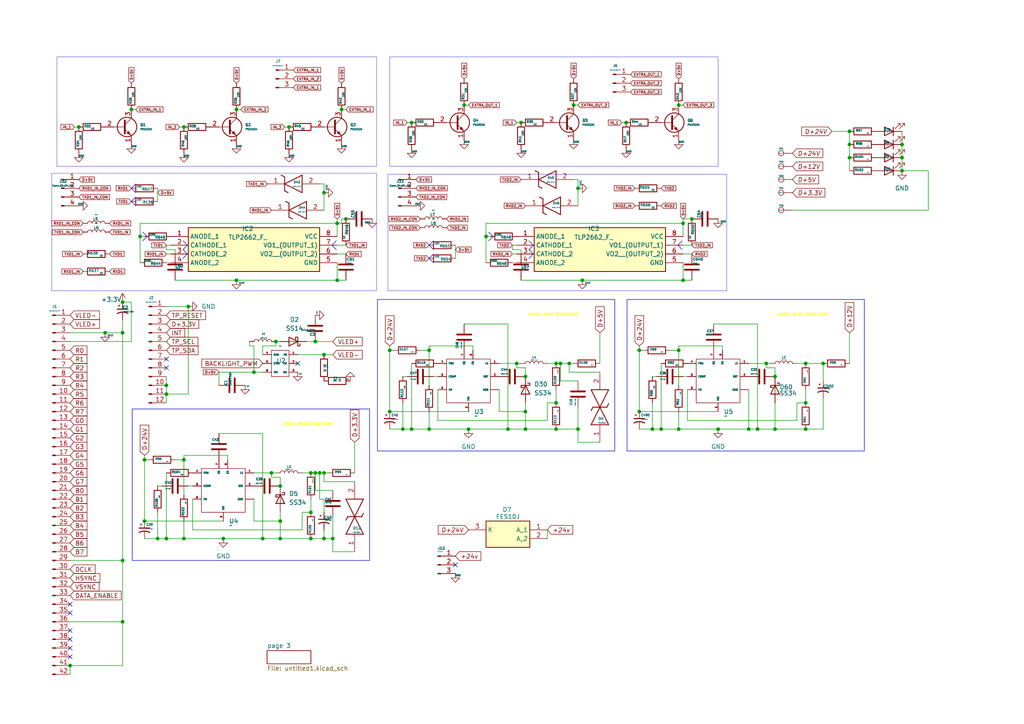
<source format=kicad_sch>
(kicad_sch (version 20250114) (generator "eeschema") (generator_version "9.0")
  (paper "A4")
  (lib_symbols
    (symbol "AOZ1283_1"
      (property "Reference" "U" (at 0 0 0))
      (symbol "AOZ1283_1_1_1"
        (pin input line (at -8.89 5.08 0) (length 2.54) (name "FSW") (number "4"))
        (pin input line (at -8.89 1.27 0) (length 2.54) (name "COMP") (number "5"))
        (pin input line (at -8.89 -2.54 0) (length 2.54) (name "FB") (number "6"))
        (pin input line (at -1.27 8.89 270) (length 2.54) (name "SS") (number "7"))
        (pin power_in line (at 0 -8.89 90) (length 2.54) (name "VIN") (number "9"))
        (pin input line (at 1.27 8.89 270) (length 2.54) (name "EN") (number "8"))
        (pin output line (at 8.89 5.08 180) (length 2.54) (name "LX") (number "1"))
        (pin input line (at 8.89 1.27 180) (length 2.54) (name "BST") (number "2"))
        (pin input line (at 8.89 -2.54 180) (length 2.54) (name "GND") (number "3"))
      )
    )
    (symbol "AOZ1283_2"
      (property "Reference" "U" (at 0 0 0))
      (symbol "AOZ1283_2_1_1"
        (pin input line (at -8.89 5.08 0) (length 2.54) (name "FSW") (number "4"))
        (pin input line (at -8.89 1.27 0) (length 2.54) (name "COMP") (number "5"))
        (pin input line (at -8.89 -2.54 0) (length 2.54) (name "FB") (number "6"))
        (pin input line (at -1.27 8.89 270) (length 2.54) (name "SS") (number "7"))
        (pin power_in line (at 0 -8.89 90) (length 2.54) (name "VIN") (number "9"))
        (pin input line (at 1.27 8.89 270) (length 2.54) (name "EN") (number "8"))
        (pin output line (at 8.89 5.08 180) (length 2.54) (name "LX") (number "1"))
        (pin input line (at 8.89 1.27 180) (length 2.54) (name "BST") (number "2"))
        (pin input line (at 8.89 -2.54 180) (length 2.54) (name "GND") (number "3"))
      )
    )
    (symbol "Connector:Conn_01x03_Pin" (pin_names (offset 1.016) (hide yes))
      (property "Reference" "J" (at 0 5.08 0))
      (property "Value" "Conn_01x03_Pin" (at 0 -5.08 0))
      (symbol "Conn_01x03_Pin_1_1"
        (pin passive line (at 5.08 2.54 180) (length 3.81) (name "Pin_1") (number "1"))
        (pin passive line (at 5.08 0 180) (length 3.81) (name "Pin_2") (number "2"))
        (pin passive line (at 5.08 -2.54 180) (length 3.81) (name "Pin_3") (number "3"))
      )
    )
    (symbol "Connector:Conn_01x04_Pin" (pin_names (offset 1.016) (hide yes))
      (property "Reference" "J" (at 0 5.08 0))
      (property "Value" "Conn_01x04_Pin" (at 0 -7.62 0))
      (symbol "Conn_01x04_Pin_1_1"
        (pin passive line (at 5.08 2.54 180) (length 3.81) (name "Pin_1") (number "1"))
        (pin passive line (at 5.08 0 180) (length 3.81) (name "Pin_2") (number "2"))
        (pin passive line (at 5.08 -2.54 180) (length 3.81) (name "Pin_3") (number "3"))
        (pin passive line (at 5.08 -5.08 180) (length 3.81) (name "Pin_4") (number "4"))
      )
    )
    (symbol "Connector:Conn_01x12_Pin" (pin_names (offset 1.016) (hide yes))
      (property "Reference" "J" (at 0 15.24 0))
      (property "Value" "Conn_01x12_Pin" (at 0 -17.78 0))
      (symbol "Conn_01x12_Pin_1_1"
        (pin passive line (at 5.08 12.7 180) (length 3.81) (name "Pin_1") (number "1"))
        (pin passive line (at 5.08 10.16 180) (length 3.81) (name "Pin_2") (number "2"))
        (pin passive line (at 5.08 7.62 180) (length 3.81) (name "Pin_3") (number "3"))
        (pin passive line (at 5.08 5.08 180) (length 3.81) (name "Pin_4") (number "4"))
        (pin passive line (at 5.08 2.54 180) (length 3.81) (name "Pin_5") (number "5"))
        (pin passive line (at 5.08 0 180) (length 3.81) (name "Pin_6") (number "6"))
        (pin passive line (at 5.08 -2.54 180) (length 3.81) (name "Pin_7") (number "7"))
        (pin passive line (at 5.08 -5.08 180) (length 3.81) (name "Pin_8") (number "8"))
        (pin passive line (at 5.08 -7.62 180) (length 3.81) (name "Pin_9") (number "9"))
        (pin passive line (at 5.08 -10.16 180) (length 3.81) (name "Pin_10") (number "10"))
        (pin passive line (at 5.08 -12.7 180) (length 3.81) (name "Pin_11") (number "11"))
        (pin passive line (at 5.08 -15.24 180) (length 3.81) (name "Pin_12") (number "12"))
      )
    )
    (symbol "Connector:Conn_01x42_Pin" (pin_names (offset 1.016) (hide yes))
      (property "Reference" "J" (at 0 53.34 0))
      (property "Value" "Conn_01x42_Pin" (at 0 -55.88 0))
      (symbol "Conn_01x42_Pin_1_1"
        (pin passive line (at 5.08 50.8 180) (length 3.81) (name "Pin_1") (number "1"))
        (pin passive line (at 5.08 48.26 180) (length 3.81) (name "Pin_2") (number "2"))
        (pin passive line (at 5.08 45.72 180) (length 3.81) (name "Pin_3") (number "3"))
        (pin passive line (at 5.08 43.18 180) (length 3.81) (name "Pin_4") (number "4"))
        (pin passive line (at 5.08 40.64 180) (length 3.81) (name "Pin_5") (number "5"))
        (pin passive line (at 5.08 38.1 180) (length 3.81) (name "Pin_6") (number "6"))
        (pin passive line (at 5.08 35.56 180) (length 3.81) (name "Pin_7") (number "7"))
        (pin passive line (at 5.08 33.02 180) (length 3.81) (name "Pin_8") (number "8"))
        (pin passive line (at 5.08 30.48 180) (length 3.81) (name "Pin_9") (number "9"))
        (pin passive line (at 5.08 27.94 180) (length 3.81) (name "Pin_10") (number "10"))
        (pin passive line (at 5.08 25.4 180) (length 3.81) (name "Pin_11") (number "11"))
        (pin passive line (at 5.08 22.86 180) (length 3.81) (name "Pin_12") (number "12"))
        (pin passive line (at 5.08 20.32 180) (length 3.81) (name "Pin_13") (number "13"))
        (pin passive line (at 5.08 17.78 180) (length 3.81) (name "Pin_14") (number "14"))
        (pin passive line (at 5.08 15.24 180) (length 3.81) (name "Pin_15") (number "15"))
        (pin passive line (at 5.08 12.7 180) (length 3.81) (name "Pin_16") (number "16"))
        (pin passive line (at 5.08 10.16 180) (length 3.81) (name "Pin_17") (number "17"))
        (pin passive line (at 5.08 7.62 180) (length 3.81) (name "Pin_18") (number "18"))
        (pin passive line (at 5.08 5.08 180) (length 3.81) (name "Pin_19") (number "19"))
        (pin passive line (at 5.08 2.54 180) (length 3.81) (name "Pin_20") (number "20"))
        (pin passive line (at 5.08 0 180) (length 3.81) (name "Pin_21") (number "21"))
        (pin passive line (at 5.08 -2.54 180) (length 3.81) (name "Pin_22") (number "22"))
        (pin passive line (at 5.08 -5.08 180) (length 3.81) (name "Pin_23") (number "23"))
        (pin passive line (at 5.08 -7.62 180) (length 3.81) (name "Pin_24") (number "24"))
        (pin passive line (at 5.08 -10.16 180) (length 3.81) (name "Pin_25") (number "25"))
        (pin passive line (at 5.08 -12.7 180) (length 3.81) (name "Pin_26") (number "26"))
        (pin passive line (at 5.08 -15.24 180) (length 3.81) (name "Pin_27") (number "27"))
        (pin passive line (at 5.08 -17.78 180) (length 3.81) (name "Pin_28") (number "28"))
        (pin passive line (at 5.08 -20.32 180) (length 3.81) (name "Pin_29") (number "29"))
        (pin passive line (at 5.08 -22.86 180) (length 3.81) (name "Pin_30") (number "30"))
        (pin passive line (at 5.08 -25.4 180) (length 3.81) (name "Pin_31") (number "31"))
        (pin passive line (at 5.08 -27.94 180) (length 3.81) (name "Pin_32") (number "32"))
        (pin passive line (at 5.08 -30.48 180) (length 3.81) (name "Pin_33") (number "33"))
        (pin passive line (at 5.08 -33.02 180) (length 3.81) (name "Pin_34") (number "34"))
        (pin passive line (at 5.08 -35.56 180) (length 3.81) (name "Pin_35") (number "35"))
        (pin passive line (at 5.08 -38.1 180) (length 3.81) (name "Pin_36") (number "36"))
        (pin passive line (at 5.08 -40.64 180) (length 3.81) (name "Pin_37") (number "37"))
        (pin passive line (at 5.08 -43.18 180) (length 3.81) (name "Pin_38") (number "38"))
        (pin passive line (at 5.08 -45.72 180) (length 3.81) (name "Pin_39") (number "39"))
        (pin passive line (at 5.08 -48.26 180) (length 3.81) (name "Pin_40") (number "40"))
        (pin passive line (at 5.08 -50.8 180) (length 3.81) (name "Pin_41") (number "41"))
        (pin passive line (at 5.08 -53.34 180) (length 3.81) (name "Pin_42") (number "42"))
      )
    )
    (symbol "Connector:TestPoint" (pin_numbers (hide yes)) (pin_names (offset 0.762) (hide yes))
      (property "Reference" "TP" (at 0 6.858 0))
      (property "Value" "TestPoint" (at 0 5.08 0))
      (symbol "TestPoint_1_1"
        (pin passive line (at 0 0 90) (length 2.54) (name "1") (number "1"))
      )
    )
    (symbol "Device:C" (pin_numbers (hide yes)) (pin_names (offset 0.254))
      (property "Reference" "C" (at 0.635 2.54 0))
      (property "Value" "C" (at 0.635 -2.54 0))
      (symbol "C_1_1"
        (pin passive line (at 0 3.81 270) (length 2.794) (name "~") (number "1"))
        (pin passive line (at 0 -3.81 90) (length 2.794) (name "~") (number "2"))
      )
    )
    (symbol "Device:C_Polarized_Small_US" (pin_numbers (hide yes)) (pin_names (offset 0.254) (hide yes))
      (property "Reference" "C" (at 0.254 1.778 0))
      (property "Value" "C_Polarized_Small_US" (at 0.254 -2.032 0))
      (symbol "C_Polarized_Small_US_1_1"
        (pin passive line (at 0 2.54 270) (length 2.032) (name "~") (number "1"))
        (pin passive line (at 0 -2.54 90) (length 2.032) (name "~") (number "2"))
      )
    )
    (symbol "Device:L" (pin_numbers (hide yes)) (pin_names (offset 1.016) (hide yes))
      (property "Reference" "L" (at -1.27 0 90))
      (property "Value" "L" (at 1.905 0 90))
      (symbol "L_1_1"
        (pin passive line (at 0 3.81 270) (length 1.27) (name "1") (number "1"))
        (pin passive line (at 0 -3.81 90) (length 1.27) (name "2") (number "2"))
      )
    )
    (symbol "Device:LED" (pin_numbers (hide yes)) (pin_names (offset 1.016) (hide yes))
      (property "Reference" "D" (at 0 2.54 0))
      (property "Value" "LED" (at 0 -2.54 0))
      (symbol "LED_1_1"
        (pin passive line (at -3.81 0 0) (length 2.54) (name "K") (number "1"))
        (pin passive line (at 3.81 0 180) (length 2.54) (name "A") (number "2"))
      )
    )
    (symbol "Device:R" (pin_numbers (hide yes)) (pin_names (offset 0))
      (property "Reference" "R" (at 2.032 0 90))
      (property "Value" "R" (at 0 0 90))
      (symbol "R_1_1"
        (pin passive line (at 0 3.81 270) (length 1.27) (name "~") (number "1"))
        (pin passive line (at 0 -3.81 90) (length 1.27) (name "~") (number "2"))
      )
    )
    (symbol "Diode:SS14" (pin_numbers (hide yes)) (pin_names (offset 1.016) (hide yes))
      (property "Reference" "D" (at 0 2.54 0))
      (property "Value" "SS14" (at 0 -2.54 0))
      (symbol "SS14_1_1"
        (pin passive line (at -3.81 0 0) (length 2.54) (name "K") (number "1"))
        (pin passive line (at 3.81 0 180) (length 2.54) (name "A") (number "2"))
      )
    )
    (symbol "Diode:SS34" (pin_numbers (hide yes)) (pin_names (offset 1.016) (hide yes))
      (property "Reference" "D" (at 0 2.54 0))
      (property "Value" "SS34" (at 0 -2.54 0))
      (symbol "SS34_1_1"
        (pin passive line (at -3.81 0 0) (length 2.54) (name "K") (number "1"))
        (pin passive line (at 3.81 0 180) (length 2.54) (name "A") (number "2"))
      )
    )
    (symbol "New_Library:AOZ1283"
      (property "Reference" "U" (at 0 0 0))
      (symbol "AOZ1283_1_1"
        (pin input line (at -8.89 5.08 0) (length 2.54) (name "FSW") (number "4"))
        (pin input line (at -8.89 1.27 0) (length 2.54) (name "COMP") (number "5"))
        (pin input line (at -8.89 -2.54 0) (length 2.54) (name "FB") (number "6"))
        (pin input line (at -1.27 8.89 270) (length 2.54) (name "SS") (number "7"))
        (pin power_in line (at 0 -8.89 90) (length 2.54) (name "VIN") (number "9"))
        (pin input line (at 1.27 8.89 270) (length 2.54) (name "EN") (number "8"))
        (pin output line (at 8.89 5.08 180) (length 2.54) (name "LX") (number "1"))
        (pin input line (at 8.89 1.27 180) (length 2.54) (name "BST") (number "2"))
        (pin input line (at 8.89 -2.54 180) (length 2.54) (name "GND") (number "3"))
      )
    )
    (symbol "New_Library:FES10J"
      (property "Reference" "D" (at 19.05 7.62 0))
      (property "Value" "FES10J" (at 19.05 5.08 0))
      (symbol "FES10J_1_1"
        (pin passive line (at 0 0 0) (length 5.08) (name "K") (number "3"))
        (pin passive line (at 22.86 0 180) (length 5.08) (name "A_1") (number "1"))
        (pin passive line (at 22.86 -2.54 180) (length 5.08) (name "A_2") (number "2"))
      )
    )
    (symbol "New_Library:P6SMB68CA" (pin_names (hide yes))
      (property "Reference" "D" (at 9.144 4.572 0))
      (property "Value" "P6SMB68CA" (at 4.572 2.794 0))
      (symbol "P6SMB68CA_1_1"
        (pin passive line (at 0 0 0) (length 5.08) (name "1") (number "1"))
        (pin passive line (at 20.32 0 180) (length 5.08) (name "2") (number "2"))
      )
    )
    (symbol "New_Library:SD05-01FTG" (pin_names (hide yes))
      (property "Reference" "D" (at 5.842 5.588 0))
      (property "Value" "SD05-01FTG" (at 5.842 3.048 0))
      (symbol "SD05-01FTG_1_1"
        (pin passive line (at 0 0 0) (length 5.08) (name "K") (number "1"))
        (pin passive line (at 15.24 0 180) (length 5.08) (name "A") (number "2"))
      )
    )
    (symbol "New_Library:SGM3756"
      (property "Reference" "U" (at 0.254 -1.27 0))
      (symbol "SGM3756_1_1"
        (pin input line (at -5.08 2.54 0) (length 2.54) (name "GND") (number "4"))
        (pin input line (at -5.08 0 0) (length 2.54) (name "CTRL") (number "5"))
        (pin input line (at -5.08 -2.54 0) (length 2.54) (name "VIN") (number "6"))
        (pin input line (at 5.08 2.54 180) (length 2.54) (name "FB") (number "1"))
        (pin input line (at 5.08 0 180) (length 2.54) (name "NC") (number "2"))
        (pin input line (at 5.08 -2.54 180) (length 2.54) (name "SW") (number "3"))
      )
    )
    (symbol "New_Library:TLP2662_F_"
      (property "Reference" "IC" (at 16.51 3.81 0))
      (property "Value" "TLP2662_F_" (at 16.51 1.27 0))
      (symbol "TLP2662_F__1_1"
        (pin passive line (at 0 0 0) (length 5.08) (name "ANODE_1") (number "1"))
        (pin passive line (at 0 -2.54 0) (length 5.08) (name "CATHODE_1") (number "2"))
        (pin passive line (at 0 -5.08 0) (length 5.08) (name "CATHODE_2") (number "3"))
        (pin passive line (at 0 -7.62 0) (length 5.08) (name "ANODE_2") (number "4"))
        (pin passive line (at 48.26 0 180) (length 5.08) (name "VCC") (number "8"))
        (pin passive line (at 48.26 -2.54 180) (length 5.08) (name "VO1_(OUTPUT_1)") (number "7"))
        (pin passive line (at 48.26 -5.08 180) (length 5.08) (name "VO2__(OUTPUT_2)") (number "6"))
        (pin passive line (at 48.26 -7.62 180) (length 5.08) (name "GND") (number "5"))
      )
    )
    (symbol "Transistor_BJT:PN2222A" (pin_names (offset 0) (hide yes))
      (property "Reference" "Q" (at 5.08 1.905 0))
      (property "Value" "PN2222A" (at 5.08 0 0))
      (symbol "PN2222A_1_1"
        (pin input line (at -5.08 0 0) (length 2.54) (name "B") (number "2"))
        (pin passive line (at 2.54 5.08 270) (length 2.54) (name "C") (number "3"))
        (pin passive line (at 2.54 -5.08 90) (length 2.54) (name "E") (number "1"))
      )
    )
    (symbol "power:+3.3V" (power) (pin_numbers (hide yes)) (pin_names (offset 0) (hide yes))
      (property "Value" "+3.3V" (at 0 3.556 0))
      (symbol "+3.3V_1_1"
        (pin power_in line (at 0 0 90) (length 0) (name "~") (number "1"))
      )
    )
    (symbol "power:GND" (power) (pin_numbers (hide yes)) (pin_names (offset 0) (hide yes))
      (property "Value" "GND" (at 0 -3.81 0))
      (symbol "GND_1_1"
        (pin power_in line (at 0 0 270) (length 0) (name "~") (number "1"))
      )
    )
  )
  (bezier (pts (xy 125.73 72.39) (xy 125.73 72.39) (xy 124.46 71.12) (xy 124.46 71.12)))
  (bezier (pts (xy 141.732 67.31) (xy 141.732 67.31) (xy 143.002 68.58) (xy 143.002 68.58)))
  (bezier (pts (xy 53.086 69.85) (xy 53.086 69.85) (xy 54.356 71.12) (xy 54.356 71.12)))
  (bezier (pts (xy 143.002 68.58) (xy 143.002 68.58) (xy 141.732 69.85) (xy 141.732 69.85)))
  (bezier (pts (xy 39.37 55.88) (xy 39.37 55.88) (xy 38.1 54.61) (xy 38.1 54.61)))
  (rectangle (start 181.864 86.868) (end 250.698 130.81))
  (bezier (pts (xy 153.416 69.85) (xy 153.416 69.85) (xy 154.686 71.12) (xy 154.686 71.12)))
  (rectangle (start 109.474 86.868) (end 178.308 130.81))
  (bezier (pts (xy 54.356 71.12) (xy 54.356 71.12) (xy 53.086 72.39) (xy 53.086 72.39)))
  (rectangle (start 38.354 118.618) (end 107.188 162.56))
  (bezier (pts (xy 39.37 59.69) (xy 39.37 59.69) (xy 38.1 58.42) (xy 38.1 58.42)))
  (bezier (pts (xy 42.672 68.58) (xy 42.672 68.58) (xy 41.402 69.85) (xy 41.402 69.85)))
  (bezier (pts (xy 196.596 71.12) (xy 196.596 71.12) (xy 197.866 69.85) (xy 197.866 69.85)))
  (bezier (pts (xy 96.266 71.12) (xy 96.266 71.12) (xy 97.536 69.85) (xy 97.536 69.85)))
  (rectangle (start 112.522 50.546) (end 210.82 84.328) (stroke (width 0.0508)))
  (rectangle (start 16.51 16.51) (end 109.22 48.26) (stroke (width 0.0508)))
  (bezier (pts (xy 53.086 72.39) (xy 53.086 72.39) (xy 54.356 73.66) (xy 54.356 73.66)))
  (bezier (pts (xy 153.416 72.39) (xy 153.416 72.39) (xy 154.686 73.66) (xy 154.686 73.66)))
  (bezier (pts (xy 124.46 74.93) (xy 124.46 74.93) (xy 125.73 73.66) (xy 125.73 73.66)))
  (bezier (pts (xy 54.356 73.66) (xy 54.356 73.66) (xy 53.086 74.93) (xy 53.086 74.93)))
  (rectangle (start 113.03 16.51) (end 208.28 48.26) (stroke (width 0.0508)))
  (bezier (pts (xy 124.46 71.12) (xy 124.46 71.12) (xy 125.73 69.85) (xy 125.73 69.85)))
  (bezier (pts (xy 125.73 76.2) (xy 125.73 76.2) (xy 124.46 74.93) (xy 124.46 74.93)))
  (bezier (pts (xy 38.1 58.42) (xy 38.1 58.42) (xy 39.37 57.15) (xy 39.37 57.15)))
  (bezier (pts (xy 154.686 71.12) (xy 154.686 71.12) (xy 153.416 72.39) (xy 153.416 72.39)))
  (rectangle (start 14.986 50.292) (end 109.22 84.328) (stroke (width 0.0508)))
  (bezier (pts (xy 154.686 73.66) (xy 154.686 73.66) (xy 153.416 74.93) (xy 153.416 74.93)))
  (bezier (pts (xy 97.536 72.39) (xy 97.536 72.39) (xy 96.266 71.12) (xy 96.266 71.12)))
  (bezier (pts (xy 38.1 54.61) (xy 38.1 54.61) (xy 39.37 53.34) (xy 39.37 53.34)))
  (bezier (pts (xy 197.866 72.39) (xy 197.866 72.39) (xy 196.596 71.12) (xy 196.596 71.12)))
  (bezier (pts (xy 41.402 67.31) (xy 41.402 67.31) (xy 42.672 68.58) (xy 42.672 68.58)))
  (text "24VDC-5VDC REGULATOR" (at 160.274 91.44 0) (effects (font (size 0.762 0.762) (italic yes))))
  (text "24VDC-5VDC REGULATOR" (at 89.154 123.19 0) (effects (font (size 0.762 0.762) (italic yes))))
  (text "24VDC-5VDC REGULATOR" (at 232.664 91.44 0) (effects (font (size 0.762 0.762) (italic yes))))
  (junction (at 191.77 124.46))
  (junction (at 224.79 109.22))
  (junction (at 20.32 193.04))
  (junction (at 48.26 156.21))
  (junction (at 219.71 124.46))
  (junction (at 91.44 99.06))
  (junction (at 224.79 124.46))
  (junction (at 124.46 101.6))
  (junction (at 96.52 156.21))
  (junction (at 53.34 36.83))
  (junction (at 152.4 124.46))
  (junction (at 35.56 96.52))
  (junction (at 185.42 101.6))
  (junction (at 196.85 30.48))
  (junction (at 40.64 68.58))
  (junction (at 78.74 137.16))
  (junction (at 140.97 68.58))
  (junction (at 35.56 180.34))
  (junction (at 233.68 116.84))
  (junction (at 152.4 109.22))
  (junction (at 208.28 124.46))
  (junction (at 162.56 105.41))
  (junction (at 81.28 151.13))
  (junction (at 124.46 124.46))
  (junction (at 147.32 124.46))
  (junction (at 80.01 99.06))
  (junction (at 161.29 124.46))
  (junction (at 166.37 30.48))
  (junction (at 200.66 63.5))
  (junction (at 22.86 36.83))
  (junction (at 168.91 81.28))
  (junction (at 97.79 64.77))
  (junction (at 261.62 45.72))
  (junction (at 90.17 137.16))
  (junction (at 91.44 137.16))
  (junction (at 41.91 133.35))
  (junction (at 64.77 156.21))
  (junction (at 53.34 156.21))
  (junction (at 119.38 124.46))
  (junction (at 167.64 54.61))
  (junction (at 90.17 156.21))
  (junction (at 92.71 137.16))
  (junction (at 161.29 105.41))
  (junction (at 93.98 156.21))
  (junction (at 134.62 30.48))
  (junction (at 81.28 140.97))
  (junction (at 261.62 41.91))
  (junction (at 165.1 105.41))
  (junction (at 38.1 31.75))
  (junction (at 149.86 105.41))
  (junction (at 35.56 87.63))
  (junction (at 48.26 114.3))
  (junction (at 113.03 119.38))
  (junction (at 233.68 105.41))
  (junction (at 167.64 124.46))
  (junction (at 83.82 36.83))
  (junction (at 181.61 35.56))
  (junction (at 246.38 38.1))
  (junction (at 48.26 111.76))
  (junction (at 119.38 35.56))
  (junction (at 93.98 55.88))
  (junction (at 261.62 49.53))
  (junction (at 152.4 119.38))
  (junction (at 196.85 101.6))
  (junction (at 90.17 148.59))
  (junction (at 198.12 64.77))
  (junction (at 54.61 88.9))
  (junction (at 68.58 81.28))
  (junction (at 45.72 156.21))
  (junction (at 93.98 102.87))
  (junction (at 189.23 124.46))
  (junction (at 135.89 124.46))
  (junction (at 233.68 124.46))
  (junction (at 246.38 41.91))
  (junction (at 30.48 96.52))
  (junction (at 100.33 63.5))
  (junction (at 185.42 119.38))
  (junction (at 81.28 156.21))
  (junction (at 222.25 105.41))
  (junction (at 53.34 133.35))
  (junction (at 113.03 101.6))
  (junction (at 217.17 124.46))
  (junction (at 97.79 81.28))
  (junction (at 116.84 124.46))
  (junction (at 246.38 45.72))
  (junction (at 161.29 116.84))
  (junction (at 41.91 151.13))
  (junction (at 35.56 162.56))
  (junction (at 76.2 156.21))
  (junction (at 99.06 31.75))
  (junction (at 198.12 81.28))
  (junction (at 68.58 31.75))
  (junction (at 151.13 35.56))
  (junction (at 93.98 137.16))
  (junction (at 238.76 105.41))
  (junction (at 73.66 107.95))
  (junction (at 196.85 124.46))
  (no_connect (at 20.32 177.8))
  (no_connect (at 20.32 190.5))
  (no_connect (at 20.32 187.96))
  (no_connect (at 20.32 182.88))
  (no_connect (at 20.32 185.42))
  (no_connect (at 86.36 105.41))
  (no_connect (at 48.26 106.68))
  (no_connect (at 48.26 104.14))
  (no_connect (at 20.32 175.26))
  (no_connect (at 132.08 163.83))
  (wire (pts (xy 124.46 124.46) (xy 135.89 124.46)))
  (wire (pts (xy 149.86 105.41) (xy 149.86 106.68)))
  (wire (pts (xy 219.71 93.98) (xy 219.71 124.46)))
  (wire (pts (xy 53.34 133.35) (xy 53.34 132.08)))
  (wire (pts (xy 152.4 106.68) (xy 149.86 106.68)))
  (wire (pts (xy 90.17 137.16) (xy 91.44 137.16)))
  (wire (pts (xy 97.79 76.2) (xy 97.79 81.28)))
  (wire (pts (xy 102.87 139.7) (xy 93.98 139.7)))
  (wire (pts (xy 231.14 121.92) (xy 231.14 116.84)))
  (wire (pts (xy 185.42 124.46) (xy 189.23 124.46)))
  (wire (pts (xy 92.71 53.34) (xy 93.98 53.34)))
  (wire (pts (xy 64.77 156.21) (xy 76.2 156.21)))
  (wire (pts (xy 224.79 106.68) (xy 222.25 106.68)))
  (wire (pts (xy 93.98 137.16) (xy 95.25 137.16)))
  (wire (pts (xy 40.64 68.58) (xy 40.64 64.77)))
  (wire (pts (xy 20.32 193.04) (xy 35.56 193.04)))
  (wire (pts (xy 93.98 156.21) (xy 90.17 156.21)))
  (wire (pts (xy 20.32 96.52) (xy 30.48 96.52)))
  (wire (pts (xy 137.16 101.6) (xy 137.16 100.33)))
  (wire (pts (xy 209.55 100.33) (xy 196.85 100.33)))
  (wire (pts (xy 40.64 76.2) (xy 40.64 68.58)))
  (wire (pts (xy 48.26 114.3) (xy 48.26 116.84)))
  (wire (pts (xy 219.71 124.46) (xy 224.79 124.46)))
  (wire (pts (xy 246.38 41.91) (xy 246.38 45.72)))
  (wire (pts (xy 137.16 100.33) (xy 124.46 100.33)))
  (wire (pts (xy 41.91 132.08) (xy 41.91 133.35)))
  (wire (pts (xy 173.99 105.41) (xy 173.99 96.52)))
  (wire (pts (xy 148.59 73.66) (xy 149.86 73.66)))
  (wire (pts (xy 50.8 81.28) (xy 68.58 81.28)))
  (wire (pts (xy 199.39 113.03) (xy 199.39 121.92)))
  (wire (pts (xy 238.76 124.46) (xy 233.68 124.46)))
  (wire (pts (xy 113.03 100.33) (xy 113.03 101.6)))
  (wire (pts (xy 198.12 81.28) (xy 200.66 81.28)))
  (wire (pts (xy 116.84 124.46) (xy 119.38 124.46)))
  (wire (pts (xy 54.61 88.9) (xy 54.61 114.3)))
  (wire (pts (xy 162.56 105.41) (xy 165.1 105.41)))
  (wire (pts (xy 261.62 45.72) (xy 261.62 49.53)))
  (wire (pts (xy 116.84 116.84) (xy 116.84 124.46)))
  (wire (pts (xy 149.86 35.56) (xy 151.13 35.56)))
  (wire (pts (xy 55.88 153.67) (xy 87.63 153.67)))
  (wire (pts (xy 97.79 64.77) (xy 97.79 68.58)))
  (wire (pts (xy 86.36 102.87) (xy 93.98 102.87)))
  (wire (pts (xy 261.62 41.91) (xy 261.62 45.72)))
  (wire (pts (xy 196.85 124.46) (xy 208.28 124.46)))
  (wire (pts (xy 93.98 148.59) (xy 93.98 144.78)))
  (wire (pts (xy 88.9 99.06) (xy 91.44 99.06)))
  (wire (pts (xy 73.66 100.33) (xy 73.66 107.95)))
  (wire (pts (xy 100.33 63.5) (xy 99.06 63.5)))
  (wire (pts (xy 162.56 110.49) (xy 162.56 105.41)))
  (wire (pts (xy 91.44 137.16) (xy 92.71 137.16)))
  (wire (pts (xy 185.42 119.38) (xy 208.28 119.38)))
  (wire (pts (xy 54.61 140.97) (xy 55.88 140.97)))
  (wire (pts (xy 127 113.03) (xy 127 121.92)))
  (wire (pts (xy 229.87 60.96) (xy 269.24 60.96)))
  (wire (pts (xy 35.56 92.71) (xy 35.56 96.52)))
  (wire (pts (xy 48.26 76.2) (xy 49.53 76.2)) (stroke (width 0) (color 255 124 84 1)))
  (wire (pts (xy 66.04 133.35) (xy 66.04 132.08)))
  (wire (pts (xy 246.38 45.72) (xy 246.38 49.53)))
  (wire (pts (xy 208.28 124.46) (xy 217.17 124.46)))
  (wire (pts (xy 48.26 114.3) (xy 54.61 114.3)))
  (wire (pts (xy 81.28 138.43) (xy 78.74 138.43)))
  (wire (pts (xy 20.32 99.06) (xy 38.1 99.06)))
  (wire (pts (xy 35.56 193.04) (xy 35.56 180.34)))
  (wire (pts (xy 113.03 101.6) (xy 114.3 101.6)))
  (wire (pts (xy 69.85 31.75) (xy 68.58 31.75)))
  (wire (pts (xy 63.5 107.95) (xy 73.66 107.95)))
  (wire (pts (xy 81.28 156.21) (xy 90.17 156.21)))
  (wire (pts (xy 92.71 144.78) (xy 92.71 137.16)))
  (wire (pts (xy 149.86 105.41) (xy 151.13 105.41)))
  (wire (pts (xy 76.2 156.21) (xy 81.28 156.21)))
  (wire (pts (xy 167.64 52.07) (xy 167.64 54.61)))
  (wire (pts (xy 113.03 119.38) (xy 135.89 119.38)))
  (wire (pts (xy 148.59 71.12) (xy 149.86 71.12)))
  (wire (pts (xy 152.4 109.22) (xy 152.4 106.68)))
  (wire (pts (xy 48.26 73.66) (xy 49.53 73.66)))
  (wire (pts (xy 158.75 116.84) (xy 161.29 116.84)))
  (wire (pts (xy 261.62 38.1) (xy 261.62 41.91)))
  (wire (pts (xy 167.64 110.49) (xy 162.56 110.49)))
  (wire (pts (xy 161.29 113.03) (xy 161.29 116.84)))
  (wire (pts (xy 48.26 111.76) (xy 48.26 114.3)))
  (wire (pts (xy 167.64 54.61) (xy 167.64 59.69)))
  (wire (pts (xy 87.63 153.67) (xy 87.63 148.59)))
  (wire (pts (xy 231.14 116.84) (xy 233.68 116.84)))
  (wire (pts (xy 53.34 156.21) (xy 64.77 156.21)))
  (wire (pts (xy 100.33 31.75) (xy 99.06 31.75)))
  (wire (pts (xy 231.14 105.41) (xy 233.68 105.41)))
  (wire (pts (xy 134.62 93.98) (xy 147.32 93.98)))
  (wire (pts (xy 198.12 63.5) (xy 198.12 64.77)))
  (wire (pts (xy 135.89 30.48) (xy 134.62 30.48)))
  (wire (pts (xy 158.75 153.67) (xy 158.75 156.21)))
  (wire (pts (xy 102.87 137.16) (xy 102.87 128.27)))
  (wire (pts (xy 73.66 137.16) (xy 78.74 137.16)))
  (wire (pts (xy 72.39 100.33) (xy 73.66 100.33)))
  (wire (pts (xy 73.66 151.13) (xy 73.66 144.78)))
  (wire (pts (xy 93.98 144.78) (xy 92.71 144.78)))
  (wire (pts (xy 76.2 100.33) (xy 76.2 102.87)))
  (wire (pts (xy 118.11 35.56) (xy 119.38 35.56)))
  (wire (pts (xy 96.52 156.21) (xy 93.98 156.21)))
  (wire (pts (xy 152.4 124.46) (xy 161.29 124.46)))
  (wire (pts (xy 196.85 101.6) (xy 194.31 101.6)))
  (wire (pts (xy 140.97 68.58) (xy 142.24 68.58)))
  (wire (pts (xy 233.68 105.41) (xy 238.76 105.41)))
  (wire (pts (xy 158.75 121.92) (xy 158.75 116.84)))
  (wire (pts (xy 50.8 73.66) (xy 50.8 72.39)))
  (wire (pts (xy 191.77 105.41) (xy 191.77 124.46)))
  (wire (pts (xy 96.52 142.24) (xy 91.44 142.24)))
  (wire (pts (xy 35.56 162.56) (xy 35.56 96.52)))
  (wire (pts (xy 132.08 74.93) (xy 132.08 71.12)))
  (wire (pts (xy 41.91 133.35) (xy 41.91 151.13)))
  (wire (pts (xy 97.79 81.28) (xy 100.33 81.28)))
  (wire (pts (xy 124.46 101.6) (xy 124.46 100.33)))
  (wire (pts (xy 224.79 124.46) (xy 233.68 124.46)))
  (wire (pts (xy 148.59 76.2) (xy 149.86 76.2)) (stroke (width 0) (color 255 124 84 1)))
  (wire (pts (xy 217.17 105.41) (xy 222.25 105.41)))
  (wire (pts (xy 40.64 68.58) (xy 41.91 68.58)))
  (wire (pts (xy 92.71 137.16) (xy 93.98 137.16)))
  (wire (pts (xy 100.33 71.12) (xy 97.79 71.12)))
  (wire (pts (xy 168.91 81.28) (xy 198.12 81.28)))
  (wire (pts (xy 80.01 100.33) (xy 76.2 100.33)))
  (wire (pts (xy 269.24 60.96) (xy 269.24 49.53)))
  (wire (pts (xy 81.28 140.97) (xy 81.28 138.43)))
  (wire (pts (xy 113.03 124.46) (xy 116.84 124.46)))
  (wire (pts (xy 238.76 110.49) (xy 238.76 105.41)))
  (wire (pts (xy 48.26 71.12) (xy 49.53 71.12)))
  (wire (pts (xy 93.98 53.34) (xy 93.98 55.88)))
  (wire (pts (xy 53.34 143.51) (xy 53.34 133.35)))
  (wire (pts (xy 78.74 137.16) (xy 80.01 137.16)))
  (wire (pts (xy 152.4 116.84) (xy 152.4 119.38)))
  (wire (pts (xy 185.42 100.33) (xy 185.42 101.6)))
  (wire (pts (xy 161.29 105.41) (xy 162.56 105.41)))
  (wire (pts (xy 91.44 99.06) (xy 96.52 99.06)))
  (wire (pts (xy 246.38 38.1) (xy 246.38 41.91)))
  (wire (pts (xy 233.68 113.03) (xy 233.68 116.84)))
  (wire (pts (xy 113.03 101.6) (xy 113.03 119.38)))
  (wire (pts (xy 165.1 105.41) (xy 165.1 107.95)))
  (wire (pts (xy 87.63 137.16) (xy 90.17 137.16)))
  (wire (pts (xy 196.85 101.6) (xy 196.85 100.33)))
  (wire (pts (xy 91.44 142.24) (xy 91.44 137.16)))
  (wire (pts (xy 196.85 119.38) (xy 196.85 124.46)))
  (wire (pts (xy 124.46 111.76) (xy 124.46 101.6)))
  (wire (pts (xy 116.84 109.22) (xy 118.11 109.22)))
  (wire (pts (xy 167.64 118.11) (xy 167.64 124.46)))
  (wire (pts (xy 40.64 64.77) (xy 97.79 64.77)))
  (wire (pts (xy 41.91 133.35) (xy 43.18 133.35)))
  (wire (pts (xy 53.34 151.13) (xy 53.34 156.21)))
  (wire (pts (xy 167.64 124.46) (xy 161.29 124.46)))
  (wire (pts (xy 66.04 132.08) (xy 53.34 132.08)))
  (wire (pts (xy 80.01 99.06) (xy 80.01 100.33)))
  (wire (pts (xy 144.78 105.41) (xy 149.86 105.41)))
  (wire (pts (xy 238.76 115.57) (xy 238.76 124.46)))
  (wire (pts (xy 48.26 72.39) (xy 48.26 71.12)))
  (wire (pts (xy 45.72 156.21) (xy 48.26 156.21)))
  (wire (pts (xy 222.25 105.41) (xy 223.52 105.41)))
  (wire (pts (xy 140.97 68.58) (xy 140.97 64.77)))
  (wire (pts (xy 78.74 137.16) (xy 78.74 138.43)))
  (wire (pts (xy 261.62 49.53) (xy 269.24 49.53)))
  (wire (pts (xy 173.99 128.27) (xy 167.64 128.27)))
  (wire (pts (xy 72.39 99.06) (xy 72.39 100.33)))
  (wire (pts (xy 53.34 133.35) (xy 50.8 133.35)))
  (wire (pts (xy 81.28 148.59) (xy 81.28 151.13)))
  (wire (pts (xy 81.28 151.13) (xy 73.66 151.13)))
  (wire (pts (xy 167.64 128.27) (xy 167.64 124.46)))
  (wire (pts (xy 81.28 156.21) (xy 81.28 151.13)))
  (wire (pts (xy 96.52 160.02) (xy 96.52 156.21)))
  (wire (pts (xy 99.06 63.5) (xy 99.06 64.77)))
  (wire (pts (xy 99.06 64.77) (xy 97.79 64.77)))
  (wire (pts (xy 147.32 124.46) (xy 152.4 124.46)))
  (wire (pts (xy 96.52 149.86) (xy 96.52 156.21)))
  (wire (pts (xy 45.72 58.42) (xy 45.72 54.61)))
  (wire (pts (xy 48.26 137.16) (xy 48.26 156.21)))
  (wire (pts (xy 224.79 109.22) (xy 224.79 106.68)))
  (wire (pts (xy 82.55 36.83) (xy 83.82 36.83)))
  (wire (pts (xy 38.1 99.06) (xy 38.1 87.63)))
  (wire (pts (xy 152.4 119.38) (xy 144.78 119.38)))
  (wire (pts (xy 39.37 31.75) (xy 38.1 31.75)))
  (wire (pts (xy 198.12 76.2) (xy 198.12 81.28)))
  (wire (pts (xy 173.99 107.95) (xy 165.1 107.95)))
  (wire (pts (xy 30.48 96.52) (xy 35.56 96.52)))
  (wire (pts (xy 189.23 124.46) (xy 191.77 124.46)))
  (wire (pts (xy 76.2 125.73) (xy 76.2 156.21)))
  (wire (pts (xy 140.97 64.77) (xy 198.12 64.77)))
  (wire (pts (xy 45.72 140.97) (xy 46.99 140.97)))
  (wire (pts (xy 63.5 107.95) (xy 63.5 111.76)))
  (wire (pts (xy 20.32 180.34) (xy 35.56 180.34)))
  (wire (pts (xy 93.98 102.87) (xy 96.52 102.87)))
  (wire (pts (xy 189.23 109.22) (xy 190.5 109.22)))
  (wire (pts (xy 35.56 162.56) (xy 35.56 180.34)))
  (wire (pts (xy 151.13 73.66) (xy 151.13 72.39)))
  (wire (pts (xy 191.77 124.46) (xy 196.85 124.46)))
  (wire (pts (xy 20.32 162.56) (xy 35.56 162.56)))
  (wire (pts (xy 63.5 125.73) (xy 76.2 125.73)))
  (wire (pts (xy 180.34 35.56) (xy 181.61 35.56)))
  (wire (pts (xy 20.32 193.04) (xy 20.32 195.58)))
  (wire (pts (xy 224.79 116.84) (xy 224.79 124.46)))
  (wire (pts (xy 93.98 55.88) (xy 93.98 60.96)))
  (wire (pts (xy 119.38 124.46) (xy 124.46 124.46)))
  (wire (pts (xy 198.12 73.66) (xy 200.66 73.66)))
  (wire (pts (xy 246.38 105.41) (xy 246.38 96.52)))
  (wire (pts (xy 93.98 153.67) (xy 93.98 156.21)))
  (wire (pts (xy 217.17 124.46) (xy 219.71 124.46)))
  (wire (pts (xy 35.56 87.63) (xy 38.1 87.63)))
  (wire (pts (xy 45.72 148.59) (xy 45.72 156.21)))
  (wire (pts (xy 41.91 156.21) (xy 45.72 156.21)))
  (wire (pts (xy 147.32 93.98) (xy 147.32 124.46)))
  (wire (pts (xy 217.17 113.03) (xy 217.17 124.46)))
  (wire (pts (xy 185.42 101.6) (xy 185.42 119.38)))
  (wire (pts (xy 80.01 99.06) (xy 81.28 99.06)))
  (wire (pts (xy 50.8 72.39) (xy 48.26 72.39)))
  (wire (pts (xy 151.13 72.39) (xy 148.59 72.39)))
  (wire (pts (xy 166.37 52.07) (xy 167.64 52.07)))
  (wire (pts (xy 165.1 105.41) (xy 166.37 105.41)))
  (wire (pts (xy 222.25 105.41) (xy 222.25 106.68)))
  (wire (pts (xy 119.38 105.41) (xy 119.38 124.46)))
  (wire (pts (xy 90.17 144.78) (xy 90.17 148.59)))
  (wire (pts (xy 198.12 30.48) (xy 196.85 30.48)))
  (wire (pts (xy 21.59 36.83) (xy 22.86 36.83)))
  (wire (pts (xy 167.64 30.48) (xy 166.37 30.48)))
  (wire (pts (xy 68.58 81.28) (xy 97.79 81.28)))
  (wire (pts (xy 97.79 63.5) (xy 97.79 64.77)))
  (wire (pts (xy 124.46 119.38) (xy 124.46 124.46)))
  (wire (pts (xy 152.4 124.46) (xy 152.4 119.38)))
  (wire (pts (xy 241.3 38.1) (xy 246.38 38.1)))
  (wire (pts (xy 52.07 36.83) (xy 53.34 36.83)))
  (wire (pts (xy 55.88 144.78) (xy 55.88 153.67)))
  (wire (pts (xy 196.85 111.76) (xy 196.85 101.6)))
  (wire (pts (xy 135.89 124.46) (xy 147.32 124.46)))
  (wire (pts (xy 54.61 88.9) (xy 48.26 88.9)))
  (wire (pts (xy 198.12 64.77) (xy 198.12 68.58)))
  (wire (pts (xy 41.91 151.13) (xy 64.77 151.13)))
  (wire (pts (xy 200.66 71.12) (xy 198.12 71.12)))
  (wire (pts (xy 93.98 137.16) (xy 93.98 139.7)))
  (wire (pts (xy 124.46 101.6) (xy 121.92 101.6)))
  (wire (pts (xy 97.79 73.66) (xy 100.33 73.66)))
  (wire (pts (xy 151.13 81.28) (xy 168.91 81.28)))
  (wire (pts (xy 198.12 63.5) (xy 200.66 63.5)))
  (wire (pts (xy 185.42 101.6) (xy 186.69 101.6)))
  (wire (pts (xy 87.63 148.59) (xy 90.17 148.59)))
  (wire (pts (xy 209.55 101.6) (xy 209.55 100.33)))
  (wire (pts (xy 76.2 107.95) (xy 73.66 107.95)))
  (wire (pts (xy 127 121.92) (xy 158.75 121.92)))
  (wire (pts (xy 102.87 160.02) (xy 96.52 160.02)))
  (wire (pts (xy 144.78 119.38) (xy 144.78 113.03)))
  (wire (pts (xy 48.26 156.21) (xy 53.34 156.21)))
  (wire (pts (xy 148.59 72.39) (xy 148.59 71.12)))
  (wire (pts (xy 198.12 109.22) (xy 199.39 109.22)))
  (wire (pts (xy 199.39 121.92) (xy 231.14 121.92)))
  (wire (pts (xy 125.73 109.22) (xy 127 109.22)))
  (wire (pts (xy 140.97 76.2) (xy 140.97 68.58)))
  (wire (pts (xy 158.75 105.41) (xy 161.29 105.41)))
  (wire (pts (xy 207.01 93.98) (xy 219.71 93.98)))
  (wire (pts (xy 189.23 116.84) (xy 189.23 124.46)))
  (wire (pts (xy 48.26 109.22) (xy 48.26 111.76)))
  (global_label "IN_1" (shape input) (at 118.11 35.56 180) (effects (font (size 0.762 0.762))) (property "Intersheetrefs" "${INTERSHEET_REFS}" (effects (hide yes))))
  (global_label "EXTRA_IN_2" (shape input) (at 69.85 31.75 0) (effects (font (size 0.762 0.762))) (property "Intersheetrefs" "${INTERSHEET_REFS}" (effects (hide yes))))
  (global_label "TXD1_IN_CON" (shape input) (at 24.13 67.31 180) (effects (font (size 0.762 0.762))) (property "Intersheetrefs" "${INTERSHEET_REFS}" (effects (hide yes))))
  (global_label "D+5V" (shape input) (at 132.08 72.39 0) (effects (font (size 0.762 0.762))) (property "Intersheetrefs" "${INTERSHEET_REFS}" (effects (hide yes))))
  (global_label "B2" (shape input) (at 20.32 147.32 0) (property "Intersheetrefs" "${INTERSHEET_REFS}" (effects (hide yes))))
  (global_label "TXD2" (shape input) (at 148.59 71.12 180) (effects (font (size 0.762 0.762))) (property "Intersheetrefs" "${INTERSHEET_REFS}" (effects (hide yes))))
  (global_label "G5" (shape input) (at 20.32 134.62 0) (property "Intersheetrefs" "${INTERSHEET_REFS}" (effects (hide yes))))
  (global_label "D+5V" (shape input) (at 68.58 24.13 90) (effects (font (size 0.762 0.762))) (property "Intersheetrefs" "${INTERSHEET_REFS}" (effects (hide yes))))
  (global_label "EXTRA_OUT_3" (shape input) (at 198.12 30.48 0) (effects (font (size 0.762 0.762))) (property "Intersheetrefs" "${INTERSHEET_REFS}" (effects (hide yes))))
  (global_label "D+5V" (shape input) (at 97.79 63.5 90) (effects (font (size 0.762 0.762))) (property "Intersheetrefs" "${INTERSHEET_REFS}" (effects (hide yes))))
  (global_label "TP_SCL" (shape input) (at 48.26 99.06 0) (property "Intersheetrefs" "${INTERSHEET_REFS}" (effects (hide yes))))
  (global_label "TXD2" (shape input) (at 124.46 74.93 180) (effects (font (size 0.762 0.762))) (property "Intersheetrefs" "${INTERSHEET_REFS}" (effects (hide yes))))
  (global_label "D+24V" (shape input) (at 41.91 132.08 90) (property "Intersheetrefs" "${INTERSHEET_REFS}" (effects (hide yes))))
  (global_label "TXD2_IN" (shape input) (at 200.66 71.12 0) (effects (font (size 0.762 0.762))) (property "Intersheetrefs" "${INTERSHEET_REFS}" (effects (hide yes))))
  (global_label "INT" (shape input) (at 48.26 96.52 0) (property "Intersheetrefs" "${INTERSHEET_REFS}" (effects (hide yes))))
  (global_label "D+24V" (shape input) (at 241.3 38.1 180) (effects (font (italic yes))) (property "Intersheetrefs" "${INTERSHEET_REFS}" (effects (hide yes))))
  (global_label "EXTRA_OUT_3" (shape input) (at 182.88 26.67 0) (effects (font (size 0.762 0.762))) (property "Intersheetrefs" "${INTERSHEET_REFS}" (effects (hide yes))))
  (global_label "VLED+" (shape input) (at 96.52 99.06 0) (property "Intersheetrefs" "${INTERSHEET_REFS}" (effects (hide yes))))
  (global_label "IN_1" (shape input) (at 180.34 35.56 180) (effects (font (size 0.762 0.762))) (property "Intersheetrefs" "${INTERSHEET_REFS}" (effects (hide yes))))
  (global_label "TP_SDA" (shape input) (at 48.26 101.6 0) (property "Intersheetrefs" "${INTERSHEET_REFS}" (effects (hide yes))))
  (global_label "RXD1_IN" (shape input) (at 24.13 78.74 180) (effects (font (size 0.762 0.762))) (property "Intersheetrefs" "${INTERSHEET_REFS}" (effects (hide yes))))
  (global_label "TXD2_IN_CON" (shape input) (at 121.92 66.04 180) (effects (font (size 0.762 0.762))) (property "Intersheetrefs" "${INTERSHEET_REFS}" (effects (hide yes))))
  (global_label "TXD1_IN" (shape input) (at 100.33 71.12 0) (effects (font (size 0.762 0.762))) (property "Intersheetrefs" "${INTERSHEET_REFS}" (effects (hide yes))))
  (global_label "D+24V" (shape input) (at 113.03 100.33 90) (property "Intersheetrefs" "${INTERSHEET_REFS}" (effects (hide yes))))
  (global_label "TXD2_IN" (shape input) (at 184.15 54.61 180) (effects (font (size 0.762 0.762))) (property "Intersheetrefs" "${INTERSHEET_REFS}" (effects (hide yes))))
  (global_label "R7" (shape input) (at 20.32 119.38 0) (property "Intersheetrefs" "${INTERSHEET_REFS}" (effects (hide yes))))
  (global_label "RXD2_IN" (shape input) (at 148.59 73.66 180) (effects (font (size 0.762 0.762))) (property "Intersheetrefs" "${INTERSHEET_REFS}" (effects (hide yes))))
  (global_label "R0" (shape input) (at 20.32 101.6 0) (property "Intersheetrefs" "${INTERSHEET_REFS}" (effects (hide yes))))
  (global_label "RXD2" (shape input) (at 200.66 73.66 0) (effects (font (size 0.762 0.762))) (property "Intersheetrefs" "${INTERSHEET_REFS}" (effects (hide yes))))
  (global_label "EXTRA_IN_2" (shape input) (at 85.09 22.86 0) (effects (font (size 0.762 0.762))) (property "Intersheetrefs" "${INTERSHEET_REFS}" (effects (hide yes))))
  (global_label "D+24V" (shape input) (at 229.87 44.45 0) (effects (font (italic yes))) (property "Intersheetrefs" "${INTERSHEET_REFS}" (effects (hide yes))))
  (global_label "DCLK" (shape input) (at 20.32 165.1 0) (property "Intersheetrefs" "${INTERSHEET_REFS}" (effects (hide yes))))
  (global_label "TXD1_IN" (shape input) (at 77.47 53.34 180) (effects (font (size 0.762 0.762))) (property "Intersheetrefs" "${INTERSHEET_REFS}" (effects (hide yes))))
  (global_label "D+5V" (shape input) (at 22.86 52.07 0) (effects (font (size 0.762 0.762))) (property "Intersheetrefs" "${INTERSHEET_REFS}" (effects (hide yes))))
  (global_label "EXTRA_OUT_1" (shape input) (at 182.88 21.59 0) (effects (font (size 0.762 0.762))) (property "Intersheetrefs" "${INTERSHEET_REFS}" (effects (hide yes))))
  (global_label "D+3.3V" (shape input) (at 48.26 93.98 0) (property "Intersheetrefs" "${INTERSHEET_REFS}" (effects (hide yes))))
  (global_label "D+24V" (shape input) (at 135.89 153.67 180) (effects (font (italic yes))) (property "Intersheetrefs" "${INTERSHEET_REFS}" (effects (hide yes))))
  (global_label "D+5V" (shape input) (at 198.12 63.5 90) (effects (font (size 0.762 0.762))) (property "Intersheetrefs" "${INTERSHEET_REFS}" (effects (hide yes))))
  (global_label "RXD2_IN_CON" (shape input) (at 121.92 63.5 180) (effects (font (size 0.762 0.762))) (property "Intersheetrefs" "${INTERSHEET_REFS}" (effects (hide yes))))
  (global_label "IN_1" (shape input) (at 21.59 36.83 180) (effects (font (size 0.762 0.762))) (property "Intersheetrefs" "${INTERSHEET_REFS}" (effects (hide yes))))
  (global_label "+24v" (shape input) (at 158.75 153.67 0) (effects (font (italic yes))) (property "Intersheetrefs" "${INTERSHEET_REFS}" (effects (hide yes))))
  (global_label "DATA_ENABLE" (shape input) (at 20.32 172.72 0) (property "Intersheetrefs" "${INTERSHEET_REFS}" (effects (hide yes))))
  (global_label "EXTRA_OUT_1" (shape input) (at 135.89 30.48 0) (effects (font (size 0.762 0.762))) (property "Intersheetrefs" "${INTERSHEET_REFS}" (effects (hide yes))))
  (global_label "VLED+" (shape input) (at 20.32 93.98 0) (property "Intersheetrefs" "${INTERSHEET_REFS}" (effects (hide yes))))
  (global_label "D+5V" (shape input) (at 229.87 52.07 0) (effects (font (italic yes))) (property "Intersheetrefs" "${INTERSHEET_REFS}" (effects (hide yes))))
  (global_label "R1" (shape input) (at 20.32 104.14 0) (property "Intersheetrefs" "${INTERSHEET_REFS}" (effects (hide yes))))
  (global_label "RXD1_IN" (shape input) (at 48.26 73.66 180) (effects (font (size 0.762 0.762))) (property "Intersheetrefs" "${INTERSHEET_REFS}" (effects (hide yes))))
  (global_label "D+3.3V" (shape input) (at 229.87 55.88 0) (effects (font (italic yes))) (property "Intersheetrefs" "${INTERSHEET_REFS}" (effects (hide yes))))
  (global_label "TXD1_IN_CON" (shape input) (at 22.86 57.15 0) (effects (font (size 0.762 0.762))) (property "Intersheetrefs" "${INTERSHEET_REFS}" (effects (hide yes))))
  (global_label "TXD1" (shape input) (at 38.1 58.42 180) (effects (font (size 0.762 0.762))) (property "Intersheetrefs" "${INTERSHEET_REFS}" (effects (hide yes))))
  (global_label "+24v" (shape input) (at 132.08 161.29 0) (effects (font (italic yes))) (property "Intersheetrefs" "${INTERSHEET_REFS}" (effects (hide yes))))
  (global_label "R4" (shape input) (at 20.32 111.76 0) (property "Intersheetrefs" "${INTERSHEET_REFS}" (effects (hide yes))))
  (global_label "TXD2_IN" (shape input) (at 151.13 52.07 180) (effects (font (size 0.762 0.762))) (property "Intersheetrefs" "${INTERSHEET_REFS}" (effects (hide yes))))
  (global_label "IN_3" (shape input) (at 82.55 36.83 180) (effects (font (size 0.762 0.762))) (property "Intersheetrefs" "${INTERSHEET_REFS}" (effects (hide yes))))
  (global_label "D+5V" (shape input) (at 63.5 107.95 180) (effects (font (size 0.762 0.762))) (property "Intersheetrefs" "${INTERSHEET_REFS}" (effects (hide yes))))
  (global_label "RXD2_IN_CON" (shape input) (at 120.65 54.61 0) (effects (font (size 0.762 0.762))) (property "Intersheetrefs" "${INTERSHEET_REFS}" (effects (hide yes))))
  (global_label "RXD1_IN" (shape input) (at 78.74 60.96 180) (effects (font (size 0.762 0.762))) (property "Intersheetrefs" "${INTERSHEET_REFS}" (effects (hide yes))))
  (global_label "G2" (shape input) (at 20.32 127 0) (property "Intersheetrefs" "${INTERSHEET_REFS}" (effects (hide yes))))
  (global_label "B6" (shape input) (at 20.32 157.48 0) (property "Intersheetrefs" "${INTERSHEET_REFS}" (effects (hide yes))))
  (global_label "VSYNC" (shape input) (at 20.32 170.18 0) (property "Intersheetrefs" "${INTERSHEET_REFS}" (effects (hide yes))))
  (global_label "BACKLIGHT_PWM" (shape input) (at 76.2 105.41 180) (property "Intersheetrefs" "${INTERSHEET_REFS}" (effects (hide yes))))
  (global_label "VLED-" (shape input) (at 20.32 91.44 0) (property "Intersheetrefs" "${INTERSHEET_REFS}" (effects (hide yes))))
  (global_label "G0" (shape input) (at 20.32 121.92 0) (property "Intersheetrefs" "${INTERSHEET_REFS}" (effects (hide yes))))
  (global_label "TXD2_IN_CON" (shape input) (at 120.65 57.15 0) (effects (font (size 0.762 0.762))) (property "Intersheetrefs" "${INTERSHEET_REFS}" (effects (hide yes))))
  (global_label "G4" (shape input) (at 20.32 132.08 0) (property "Intersheetrefs" "${INTERSHEET_REFS}" (effects (hide yes))))
  (global_label "B0" (shape input) (at 20.32 142.24 0) (property "Intersheetrefs" "${INTERSHEET_REFS}" (effects (hide yes))))
  (global_label "TXD2" (shape input) (at 191.77 54.61 0) (effects (font (size 0.762 0.762))) (property "Intersheetrefs" "${INTERSHEET_REFS}" (effects (hide yes))))
  (global_label "EXTRA_IN_1" (shape input) (at 85.09 25.4 0) (effects (font (size 0.762 0.762))) (property "Intersheetrefs" "${INTERSHEET_REFS}" (effects (hide yes))))
  (global_label "HSYNC" (shape input) (at 20.32 167.64 0) (property "Intersheetrefs" "${INTERSHEET_REFS}" (effects (hide yes))))
  (global_label "R5" (shape input) (at 20.32 114.3 0) (property "Intersheetrefs" "${INTERSHEET_REFS}" (effects (hide yes))))
  (global_label "TXD2_IN" (shape input) (at 129.54 66.04 0) (effects (font (size 0.762 0.762))) (property "Intersheetrefs" "${INTERSHEET_REFS}" (effects (hide yes))))
  (global_label "RXD1" (shape input) (at 38.1 54.61 180) (effects (font (size 0.762 0.762))) (property "Intersheetrefs" "${INTERSHEET_REFS}" (effects (hide yes))))
  (global_label "EXTRA_IN_1" (shape input) (at 100.33 31.75 0) (effects (font (size 0.762 0.762))) (property "Intersheetrefs" "${INTERSHEET_REFS}" (effects (hide yes))))
  (global_label "EXTRA_OUT_2" (shape input) (at 167.64 30.48 0) (effects (font (size 0.762 0.762))) (property "Intersheetrefs" "${INTERSHEET_REFS}" (effects (hide yes))))
  (global_label "B5" (shape input) (at 20.32 154.94 0) (property "Intersheetrefs" "${INTERSHEET_REFS}" (effects (hide yes))))
  (global_label "TXD1" (shape input) (at 48.26 71.12 180) (effects (font (size 0.762 0.762))) (property "Intersheetrefs" "${INTERSHEET_REFS}" (effects (hide yes))))
  (global_label "G3" (shape input) (at 20.32 129.54 0) (property "Intersheetrefs" "${INTERSHEET_REFS}" (effects (hide yes))))
  (global_label "EXTRA_IN_1" (shape input) (at 39.37 31.75 0) (effects (font (size 0.762 0.762))) (property "Intersheetrefs" "${INTERSHEET_REFS}" (effects (hide yes))))
  (global_label "IN_1" (shape input) (at 149.86 35.56 180) (effects (font (size 0.762 0.762))) (property "Intersheetrefs" "${INTERSHEET_REFS}" (effects (hide yes))))
  (global_label "RXD1" (shape input) (at 31.75 78.74 0) (effects (font (size 0.762 0.762))) (property "Intersheetrefs" "${INTERSHEET_REFS}" (effects (hide yes))))
  (global_label "RXD1" (shape input) (at 100.33 73.66 0) (effects (font (size 0.762 0.762))) (property "Intersheetrefs" "${INTERSHEET_REFS}" (effects (hide yes))))
  (global_label "RXD2_IN" (shape input) (at 152.4 59.69 180) (effects (font (size 0.762 0.762))) (property "Intersheetrefs" "${INTERSHEET_REFS}" (effects (hide yes))))
  (global_label "RXD2_IN" (shape input) (at 129.54 63.5 0) (effects (font (size 0.762 0.762))) (property "Intersheetrefs" "${INTERSHEET_REFS}" (effects (hide yes))))
  (global_label "RXD2_IN" (shape input) (at 184.15 59.69 180) (effects (font (size 0.762 0.762))) (property "Intersheetrefs" "${INTERSHEET_REFS}" (effects (hide yes))))
  (global_label "D+5V" (shape input) (at 173.99 96.52 90) (property "Intersheetrefs" "${INTERSHEET_REFS}" (effects (hide yes))))
  (global_label "TXD1_IN" (shape input) (at 24.13 73.66 180) (effects (font (size 0.762 0.762))) (property "Intersheetrefs" "${INTERSHEET_REFS}" (effects (hide yes))))
  (global_label "D+5V" (shape input) (at 45.72 55.88 0) (effects (font (size 0.762 0.762))) (property "Intersheetrefs" "${INTERSHEET_REFS}" (effects (hide yes))))
  (global_label "RXD1_IN_CON" (shape input) (at 24.13 64.77 180) (effects (font (size 0.762 0.762))) (property "Intersheetrefs" "${INTERSHEET_REFS}" (effects (hide yes))))
  (global_label "EXTRA_OUT_2" (shape input) (at 182.88 24.13 0) (effects (font (size 0.762 0.762))) (property "Intersheetrefs" "${INTERSHEET_REFS}" (effects (hide yes))))
  (global_label "G6" (shape input) (at 20.32 137.16 0) (property "Intersheetrefs" "${INTERSHEET_REFS}" (effects (hide yes))))
  (global_label "D+5V" (shape input) (at 120.65 52.07 0) (effects (font (size 0.762 0.762))) (property "Intersheetrefs" "${INTERSHEET_REFS}" (effects (hide yes))))
  (global_label "D+5V" (shape input) (at 196.85 22.86 90) (effects (font (size 0.762 0.762))) (property "Intersheetrefs" "${INTERSHEET_REFS}" (effects (hide yes))))
  (global_label "G1" (shape input) (at 20.32 124.46 0) (property "Intersheetrefs" "${INTERSHEET_REFS}" (effects (hide yes))))
  (global_label "TP_RESET" (shape input) (at 48.26 91.44 0) (property "Intersheetrefs" "${INTERSHEET_REFS}" (effects (hide yes))))
  (global_label "EXTRA_IN_1" (shape input) (at 85.09 20.32 0) (effects (font (size 0.762 0.762))) (property "Intersheetrefs" "${INTERSHEET_REFS}" (effects (hide yes))))
  (global_label "D+5V" (shape input) (at 166.37 22.86 90) (effects (font (size 0.762 0.762))) (property "Intersheetrefs" "${INTERSHEET_REFS}" (effects (hide yes))))
  (global_label "D+5V" (shape input) (at 99.06 24.13 90) (effects (font (size 0.762 0.762))) (property "Intersheetrefs" "${INTERSHEET_REFS}" (effects (hide yes))))
  (global_label "TXD1" (shape input) (at 31.75 73.66 0) (effects (font (size 0.762 0.762))) (property "Intersheetrefs" "${INTERSHEET_REFS}" (effects (hide yes))))
  (global_label "B4" (shape input) (at 20.32 152.4 0) (property "Intersheetrefs" "${INTERSHEET_REFS}" (effects (hide yes))))
  (global_label "TXD1_IN" (shape input) (at 31.75 67.31 0) (effects (font (size 0.762 0.762))) (property "Intersheetrefs" "${INTERSHEET_REFS}" (effects (hide yes))))
  (global_label "RXD2" (shape input) (at 124.46 71.12 180) (effects (font (size 0.762 0.762))) (property "Intersheetrefs" "${INTERSHEET_REFS}" (effects (hide yes))))
  (global_label "D+12V" (shape input) (at 246.38 96.52 90) (property "Intersheetrefs" "${INTERSHEET_REFS}" (effects (hide yes))))
  (global_label "VLED-" (shape input) (at 96.52 102.87 0) (property "Intersheetrefs" "${INTERSHEET_REFS}" (effects (hide yes))))
  (global_label "R3" (shape input) (at 20.32 109.22 0) (property "Intersheetrefs" "${INTERSHEET_REFS}" (effects (hide yes))))
  (global_label "R2" (shape input) (at 20.32 106.68 0) (property "Intersheetrefs" "${INTERSHEET_REFS}" (effects (hide yes))))
  (global_label "R6" (shape input) (at 20.32 116.84 0) (property "Intersheetrefs" "${INTERSHEET_REFS}" (effects (hide yes))))
  (global_label "B7" (shape input) (at 20.32 160.02 0) (property "Intersheetrefs" "${INTERSHEET_REFS}" (effects (hide yes))))
  (global_label "IN_2" (shape input) (at 52.07 36.83 180) (effects (font (size 0.762 0.762))) (property "Intersheetrefs" "${INTERSHEET_REFS}" (effects (hide yes))))
  (global_label "RXD2" (shape input) (at 191.77 59.69 0) (effects (font (size 0.762 0.762))) (property "Intersheetrefs" "${INTERSHEET_REFS}" (effects (hide yes))))
  (global_label "D+24V" (shape input) (at 185.42 100.33 90) (property "Intersheetrefs" "${INTERSHEET_REFS}" (effects (hide yes))))
  (global_label "B1" (shape input) (at 20.32 144.78 0) (property "Intersheetrefs" "${INTERSHEET_REFS}" (effects (hide yes))))
  (global_label "D+3.3V" (shape input) (at 102.87 128.27 90) (property "Intersheetrefs" "${INTERSHEET_REFS}" (effects (hide yes))))
  (global_label "D+5V" (shape input) (at 134.62 22.86 90) (effects (font (size 0.762 0.762))) (property "Intersheetrefs" "${INTERSHEET_REFS}" (effects (hide yes))))
  (global_label "D+5V" (shape input) (at 38.1 24.13 90) (effects (font (size 0.762 0.762))) (property "Intersheetrefs" "${INTERSHEET_REFS}" (effects (hide yes))))
  (global_label "G7" (shape input) (at 20.32 139.7 0) (property "Intersheetrefs" "${INTERSHEET_REFS}" (effects (hide yes))))
  (global_label "D+12V" (shape input) (at 229.87 48.26 0) (effects (font (italic yes))) (property "Intersheetrefs" "${INTERSHEET_REFS}" (effects (hide yes))))
  (global_label "RXD1_IN_CON" (shape input) (at 22.86 54.61 0) (effects (font (size 0.762 0.762))) (property "Intersheetrefs" "${INTERSHEET_REFS}" (effects (hide yes))))
  (global_label "RXD1_IN" (shape input) (at 31.75 64.77 0) (effects (font (size 0.762 0.762))) (property "Intersheetrefs" "${INTERSHEET_REFS}" (effects (hide yes))))
  (global_label "B3" (shape input) (at 20.32 149.86 0) (property "Intersheetrefs" "${INTERSHEET_REFS}" (effects (hide yes))))
  (symbol (lib_id "New_Library:TLP2662_F_") (at 49.53 68.58 0) (unit 1)
    (property "Reference" "IC2" (at 71.882 66.294 0))
    (property "Value" "TLP2662_F_" (at 71.882 68.834 0))
    (property "Footprint" "footprints:DIP762W50P254L966H390Q8N" (effects (hide yes)))
    (property "Datasheet" "http://toshiba.semicon-storage.com/info/docget.jsp?did=13273&prodName=TLP2662F" (effects (hide yes)))
    (property "Height" "3.9" (effects (hide yes)))
    (property "Mouser Part Number" "757-TLP2662F" (effects (hide yes)))
    (property "Mouser Price/Stock" "https://www.mouser.co.uk/ProductDetail/Toshiba/TLP2662F?qs=7hO1d5R1Vgu8wz1vtHOfQA%3D%3D" (effects (hide yes)))
    (property "Manufacturer_Name" "Toshiba" (effects (hide yes)))
    (property "Manufacturer_Part_Number" "TLP2662(F)" (effects (hide yes)))
  )
  (symbol (lib_id "Device:C_Polarized_Small_US") (at 41.91 153.67 0) (unit 1)
    (property "Reference" "C39" (at 42.418 152.146 0) (effects (font (size 0.635 0.635)) (justify left)))
    (property "Value" "47uF/63V" (at 42.418 153.416 0) (effects (font (size 0.254 0.254)) (justify left)))
    (property "Footprint" "Capacitor_SMD:C_0402_1005Metric_Pad0.74x0.62mm_HandSolder" (effects (hide yes)))
    (property "Description" "Polarized capacitor, small US symbol" (effects (hide yes)))
  )
  (symbol (lib_id "power:GND") (at 71.12 111.76 0) (unit 1)
    (property "Reference" "#PWR029" (effects (hide yes)))
    (property "Value" "GND" (at 71.882 112.014 0) (effects (font (size 0.254 0.254))))
    (property "Description" "Power symbol creates a global label with name \"GND\" , ground" (effects (hide yes)))
  )
  (symbol (lib_id "power:GND") (at 132.08 166.37 0) (unit 1)
    (property "Reference" "#PWR036" (effects (hide yes)))
    (property "Value" "GND" (at 132.842 166.878 0) (effects (font (size 0.508 0.508))))
    (property "Description" "Power symbol creates a global label with name \"GND\" , ground" (effects (hide yes)))
  )
  (symbol (lib_id "Device:R") (at 22.86 40.64 180) (unit 1)
    (property "Reference" "R34" (at 22.606 41.656 90) (effects (font (size 0.635 0.635))))
    (property "Value" "10K" (at 23.368 39.878 90) (effects (font (size 0.508 0.508))))
    (property "Footprint" "Resistor_SMD:R_0805_2012Metric_Pad1.20x1.40mm_HandSolder" (effects (hide yes)))
    (property "Description" "Resistor" (effects (hide yes)))
  )
  (symbol (lib_id "power:GND") (at 166.37 40.64 0) (unit 1)
    (property "Reference" "#PWR016" (effects (hide yes)))
    (property "Value" "GND" (at 167.132 41.148 0) (effects (font (size 0.508 0.508))))
    (property "Description" "Power symbol creates a global label with name \"GND\" , ground" (effects (hide yes)))
  )
  (symbol (lib_id "Device:C") (at 134.62 97.79 180) (unit 1)
    (property "Reference" "C48" (at 132.588 100.076 90) (effects (font (size 0.635 0.635))))
    (property "Value" "22nF/25V" (at 133.858 100.076 90) (effects (font (size 0.254 0.254))))
    (property "Footprint" "Capacitor_SMD:C_0402_1005Metric_Pad0.74x0.62mm_HandSolder" (effects (hide yes)))
    (property "Description" "Unpolarized capacitor" (effects (hide yes)))
  )
  (symbol (lib_id "Device:C") (at 91.44 95.25 180) (unit 1)
    (property "Reference" "C3" (at 91.44 97.028 0) (effects (font (size 0.762 0.762)) (justify left)))
    (property "Value" "47uF/50V" (at 91.44 95.758 0) (effects (font (size 0.508 0.508)) (justify left)))
    (property "Footprint" "Capacitor_SMD:C_0402_1005Metric_Pad0.74x0.62mm_HandSolder" (effects (hide yes)))
    (property "Description" "Unpolarized capacitor" (effects (hide yes)))
  )
  (symbol (lib_id "Device:R") (at 196.85 26.67 180) (unit 1)
    (property "Reference" "R43" (at 196.596 27.94 90) (effects (font (size 0.635 0.635))))
    (property "Value" "10K" (at 197.358 26.162 90) (effects (font (size 0.508 0.508))))
    (property "Footprint" "Resistor_SMD:R_0805_2012Metric_Pad1.20x1.40mm_HandSolder" (effects (hide yes)))
    (property "Description" "Resistor" (effects (hide yes)))
  )
  (symbol (lib_id "power:GND") (at 68.58 81.28 0) (unit 1)
    (property "Reference" "#PWR019" (effects (hide yes)))
    (property "Value" "GND" (at 70.104 82.042 0) (effects (font (size 0.508 0.508))))
    (property "Description" "Power symbol creates a global label with name \"GND\" , ground" (effects (hide yes)))
  )
  (symbol (lib_id "Device:R") (at 41.91 54.61 270) (unit 1)
    (property "Reference" "R647" (at 42.672 54.864 90) (effects (font (size 0.762 0.762))))
    (property "Value" "10K" (at 40.386 54.102 90) (effects (font (size 0.508 0.508))))
    (property "Footprint" "Resistor_SMD:R_0805_2012Metric_Pad1.20x1.40mm_HandSolder" (effects (hide yes)))
    (property "Description" "Resistor" (effects (hide yes)))
  )
  (symbol (lib_id "Device:R") (at 123.19 105.41 270) (unit 1)
    (property "Reference" "R110" (at 122.174 105.156 90) (effects (font (size 0.635 0.635))))
    (property "Value" "100K" (at 123.952 105.918 90) (effects (font (size 0.254 0.254))))
    (property "Footprint" "Resistor_SMD:R_0805_2012Metric_Pad1.20x1.40mm_HandSolder" (effects (hide yes)))
    (property "Description" "Resistor" (effects (hide yes)))
  )
  (symbol (lib_id "Device:R") (at 90.17 140.97 180) (unit 1)
    (property "Reference" "R101" (at 89.916 141.986 90) (effects (font (size 0.635 0.635))))
    (property "Value" "31.1K" (at 90.678 139.446 90) (effects (font (size 0.254 0.254))))
    (property "Footprint" "Resistor_SMD:R_0805_2012Metric_Pad1.20x1.40mm_HandSolder" (effects (hide yes)))
    (property "Description" "Resistor" (effects (hide yes)))
  )
  (symbol (lib_id "Device:C_Polarized_Small_US") (at 93.98 151.13 0) (unit 1)
    (property "Reference" "C40" (at 93.98 150.114 0) (effects (font (size 0.762 0.762)) (justify left)))
    (property "Value" "22uF/16V" (at 94.234 150.876 0) (effects (font (size 0.254 0.254)) (justify left)))
    (property "Footprint" "Capacitor_SMD:C_0402_1005Metric_Pad0.74x0.62mm_HandSolder" (effects (hide yes)))
    (property "Description" "Polarized capacitor, small US symbol" (effects (hide yes)))
  )
  (symbol (lib_id "Device:R") (at 250.19 41.91 90) (unit 1)
    (property "Reference" "R98" (at 249.174 41.656 90) (effects (font (size 0.635 0.635))))
    (property "Value" "4.7K" (at 251.714 42.418 90) (effects (font (size 0.254 0.254))))
    (property "Footprint" "Resistor_SMD:R_0805_2012Metric_Pad1.20x1.40mm_HandSolder" (effects (hide yes)))
    (property "Description" "Resistor" (effects (hide yes)))
  )
  (symbol (lib_id "New_Library:AOZ1283") (at 64.77 142.24 0) (unit 1)
    (property "Reference" "U4" (at 66.4211 151.13 0) (effects (justify left)))
    (property "Value" "~" (at 66.4211 152.4 0) (effects (justify left)))
    (property "Footprint" "footprints:AOZ1283PI" (effects (hide yes)))
  )
  (symbol (lib_id "Connector:Conn_01x03_Pin") (at 177.8 24.13 0) (unit 1)
    (property "Reference" "J6" (at 178.435 19.05 0) (effects (font (size 0.762 0.762))))
    (property "Value" "Conn_01x03_Pin" (at 178.435 20.32 0) (effects (font (size 0.254 0.254))))
    (property "Footprint" "Connector_PinHeader_2.54mm:PinHeader_1x03_P2.54mm_Vertical_SMD_Pin1Right" (effects (hide yes)))
    (property "Description" "Generic connector, single row, 01x03, script generated" (effects (hide yes)))
  )
  (symbol (lib_id "Device:R") (at 128.27 74.93 270) (unit 1)
    (property "Reference" "R654" (at 129.286 75.184 90) (effects (font (size 0.762 0.762))))
    (property "Value" "10K" (at 126.746 74.422 90) (effects (font (size 0.508 0.508))))
    (property "Footprint" "Resistor_SMD:R_0805_2012Metric_Pad1.20x1.40mm_HandSolder" (effects (hide yes)))
    (property "Description" "Resistor" (effects (hide yes)))
  )
  (symbol (lib_id "Device:R") (at 250.19 38.1 90) (unit 1)
    (property "Reference" "R97" (at 249.174 37.846 90) (effects (font (size 0.635 0.635))))
    (property "Value" "10K" (at 251.714 38.608 90) (effects (font (size 0.254 0.254))))
    (property "Footprint" "Resistor_SMD:R_0805_2012Metric_Pad1.20x1.40mm_HandSolder" (effects (hide yes)))
    (property "Description" "Resistor" (effects (hide yes)))
  )
  (symbol (lib_id "Diode:SS14") (at 85.09 99.06 180) (unit 1)
    (property "Reference" "D2" (at 85.4075 92.71 0))
    (property "Value" "SS14" (at 85.4075 95.25 0))
    (property "Footprint" "Diode_SMD:D_SMA" (effects (hide yes)))
    (property "Datasheet" "https://www.vishay.com/docs/88746/ss12.pdf" (effects (hide yes)))
    (property "Description" "40V 1A Schottky Diode, SMA" (effects (hide yes)))
  )
  (symbol (lib_id "power:GND") (at 134.62 40.64 0) (unit 1)
    (property "Reference" "#PWR014" (effects (hide yes)))
    (property "Value" "GND" (at 135.382 41.148 0) (effects (font (size 0.508 0.508))))
    (property "Description" "Power symbol creates a global label with name \"GND\" , ground" (effects (hide yes)))
  )
  (symbol (lib_id "Device:R") (at 233.68 120.65 180) (unit 1)
    (property "Reference" "R94" (at 233.426 121.666 90) (effects (font (size 0.635 0.635))))
    (property "Value" "10K" (at 234.188 119.126 90) (effects (font (size 0.254 0.254))))
    (property "Footprint" "Resistor_SMD:R_0805_2012Metric_Pad1.20x1.40mm_HandSolder" (effects (hide yes)))
    (property "Description" "Resistor" (effects (hide yes)))
  )
  (symbol (lib_id "Connector:TestPoint") (at 229.87 52.07 90) (unit 1)
    (property "Reference" "TP3" (at 226.568 51.054 90) (effects (font (size 0.508 0.508))))
    (property "Value" "5V_TP" (at 226.568 52.07 90) (effects (font (size 0.254 0.254))))
    (property "Footprint" "TestPoint:TestPoint_Loop_D1.80mm_Drill1.0mm_Beaded" (effects (hide yes)))
    (property "Description" "test point" (effects (hide yes)))
  )
  (symbol (lib_id "Device:R") (at 161.29 120.65 180) (unit 1)
    (property "Reference" "R113" (at 161.036 121.666 90) (effects (font (size 0.635 0.635))))
    (property "Value" "10K" (at 161.798 119.126 90) (effects (font (size 0.254 0.254))))
    (property "Footprint" "Resistor_SMD:R_0805_2012Metric_Pad1.20x1.40mm_HandSolder" (effects (hide yes)))
    (property "Description" "Resistor" (effects (hide yes)))
  )
  (symbol (lib_id "Device:R") (at 124.46 115.57 180) (unit 1)
    (property "Reference" "R111" (at 124.206 116.586 90) (effects (font (size 0.635 0.635))))
    (property "Value" "10K" (at 124.968 114.046 90) (effects (font (size 0.254 0.254))))
    (property "Footprint" "Resistor_SMD:R_0805_2012Metric_Pad1.20x1.40mm_HandSolder" (effects (hide yes)))
    (property "Description" "Resistor" (effects (hide yes)))
  )
  (symbol (lib_id "Device:LED") (at 257.81 41.91 180) (unit 1)
    (property "Reference" "D8" (at 257.302 41.402 0) (effects (font (size 0.635 0.635))))
    (property "Value" "LED" (at 257.302 42.164 0) (effects (font (size 0.127 0.127))))
    (property "Footprint" "LED_SMD:LED_0201_0603Metric" (effects (hide yes)))
    (property "Description" "Light emitting diode" (effects (hide yes)))
    (property "Sim.Pins" "1=K 2=A" (effects (hide yes)))
  )
  (symbol (lib_id "Transistor_BJT:PN2222A") (at 163.83 35.56 0) (unit 1)
    (property "Reference" "Q5" (at 168.91 34.925 0) (effects (font (size 0.762 0.762)) (justify left)))
    (property "Value" "PN2222A" (at 168.91 36.195 0) (effects (font (size 0.508 0.508)) (justify left)))
    (property "Footprint" "Package_TO_SOT_THT:TO-92_Inline" (effects (hide yes)))
    (property "Datasheet" "https://www.onsemi.com/pub/Collateral/PN2222-D.PDF" (effects (hide yes)))
    (property "Description" "1A Ic, 40V Vce, NPN Transistor, General Purpose Transistor, TO-92" (effects (hide yes)))
  )
  (symbol (lib_id "Device:L") (at 125.73 63.5 90) (unit 1)
    (property "Reference" "L7" (at 125.476 62.23 90) (effects (font (size 0.762 0.762))))
    (property "Value" "~" (at 125.73 60.96 90))
    (property "Footprint" "Inductor_THT:L_Axial_L5.3mm_D2.2mm_P7.62mm_Horizontal_Vishay_IM-1" (effects (hide yes)))
    (property "Description" "Inductor" (effects (hide yes)))
  )
  (symbol (lib_id "Device:R") (at 90.17 152.4 180) (unit 1)
    (property "Reference" "R106" (at 89.916 153.416 90) (effects (font (size 0.635 0.635))))
    (property "Value" "10K" (at 90.678 150.876 90) (effects (font (size 0.254 0.254))))
    (property "Footprint" "Resistor_SMD:R_0805_2012Metric_Pad1.20x1.40mm_HandSolder" (effects (hide yes)))
    (property "Description" "Resistor" (effects (hide yes)))
  )
  (symbol (lib_id "Device:R") (at 53.34 147.32 180) (unit 1)
    (property "Reference" "R103" (at 53.086 148.336 90) (effects (font (size 0.635 0.635))))
    (property "Value" "10K" (at 53.848 145.796 90) (effects (font (size 0.254 0.254))))
    (property "Footprint" "Resistor_SMD:R_0805_2012Metric_Pad1.20x1.40mm_HandSolder" (effects (hide yes)))
    (property "Description" "Resistor" (effects (hide yes)))
  )
  (symbol (lib_id "Device:C") (at 96.52 146.05 180) (unit 1)
    (property "Reference" "C41" (at 95.25 144.78 0) (effects (font (size 0.635 0.635))))
    (property "Value" "10nF/50v" (at 95.25 145.796 0) (effects (font (size 0.254 0.254))))
    (property "Footprint" "Capacitor_SMD:C_0402_1005Metric_Pad0.74x0.62mm_HandSolder" (effects (hide yes)))
    (property "Description" "Unpolarized capacitor" (effects (hide yes)))
  )
  (symbol (lib_id "Device:C") (at 104.14 63.5 90) (unit 1)
    (property "Reference" "C59" (at 102.362 63.246 0) (effects (font (size 0.762 0.762)) (justify left)))
    (property "Value" "0.1uF" (at 103.124 63.246 0) (effects (font (size 0.381 0.381)) (justify left)))
    (property "Footprint" "Capacitor_SMD:C_0402_1005Metric_Pad0.74x0.62mm_HandSolder" (effects (hide yes)))
    (property "Description" "Unpolarized capacitor" (effects (hide yes)))
  )
  (symbol (lib_id "Device:R") (at 187.96 59.69 90) (unit 1)
    (property "Reference" "R656" (at 187.198 59.436 90) (effects (font (size 0.762 0.762))))
    (property "Value" "0E" (at 189.484 60.198 90) (effects (font (size 0.508 0.508))))
    (property "Footprint" "Resistor_SMD:R_0805_2012Metric_Pad1.20x1.40mm_HandSolder" (effects (hide yes)))
    (property "Description" "Resistor" (effects (hide yes)))
  )
  (symbol (lib_id "power:+3.3V") (at 35.56 87.63 0) (unit 1)
    (property "Reference" "#PWR027" (effects (hide yes)))
    (property "Value" "+3.3V" (at 32.258 86.868 0))
    (property "Description" "Power symbol creates a global label with name \"+3.3V\"" (effects (hide yes)))
  )
  (symbol (lib_id "Device:R") (at 27.94 78.74 90) (unit 1)
    (property "Reference" "R637" (at 27.178 78.486 90) (effects (font (size 0.762 0.762))))
    (property "Value" "0E" (at 29.464 79.248 90) (effects (font (size 0.508 0.508))))
    (property "Footprint" "Resistor_SMD:R_0805_2012Metric_Pad1.20x1.40mm_HandSolder" (effects (hide yes)))
    (property "Description" "Resistor" (effects (hide yes)))
  )
  (symbol (lib_id "Device:L") (at 125.73 66.04 90) (unit 1)
    (property "Reference" "L8" (at 125.73 64.77 90) (effects (font (size 0.762 0.762))))
    (property "Value" "~" (at 125.73 63.5 90))
    (property "Footprint" "Inductor_THT:L_Axial_L5.3mm_D2.2mm_P7.62mm_Horizontal_Vishay_IM-1" (effects (hide yes)))
    (property "Description" "Inductor" (effects (hide yes)))
  )
  (symbol (lib_id "Device:R") (at 57.15 36.83 90) (unit 1)
    (property "Reference" "R38" (at 55.88 36.576 90) (effects (font (size 0.635 0.635))))
    (property "Value" "1K" (at 57.404 37.338 90) (effects (font (size 0.508 0.508))))
    (property "Footprint" "Resistor_SMD:R_0805_2012Metric_Pad1.20x1.40mm_HandSolder" (effects (hide yes)))
    (property "Description" "Resistor" (effects (hide yes)))
  )
  (symbol (lib_id "Device:R") (at 242.57 105.41 90) (unit 1)
    (property "Reference" "R90" (at 241.554 105.156 90) (effects (font (size 0.635 0.635))))
    (property "Value" "0R" (at 244.094 105.918 90) (effects (font (size 0.254 0.254))))
    (property "Footprint" "Resistor_SMD:R_0805_2012Metric_Pad1.20x1.40mm_HandSolder" (effects (hide yes)))
    (property "Description" "Resistor" (effects (hide yes)))
  )
  (symbol (lib_id "Device:R") (at 119.38 39.37 180) (unit 1)
    (property "Reference" "R35" (at 119.126 40.386 90) (effects (font (size 0.635 0.635))))
    (property "Value" "10K" (at 119.888 38.608 90) (effects (font (size 0.508 0.508))))
    (property "Footprint" "Resistor_SMD:R_0805_2012Metric_Pad1.20x1.40mm_HandSolder" (effects (hide yes)))
    (property "Description" "Resistor" (effects (hide yes)))
  )
  (symbol (lib_id "Device:R") (at 44.45 76.2 270) (unit 1)
    (property "Reference" "R644" (at 45.212 76.454 90) (effects (font (size 0.762 0.762))))
    (property "Value" "220E" (at 42.926 75.692 90) (effects (font (size 0.508 0.508))))
    (property "Footprint" "Resistor_SMD:R_0805_2012Metric_Pad1.20x1.40mm_HandSolder" (effects (hide yes)))
    (property "Description" "Resistor" (effects (hide yes)))
  )
  (symbol (lib_id "New_Library:SGM3756") (at 81.28 105.41 0) (unit 1)
    (property "Reference" "U2" (at 81.534 104.648 0))
    (property "Value" "~" (at 81.28 100.33 0))
    (property "Footprint" "footprints:SGM3756" (effects (hide yes)))
  )
  (symbol (lib_id "power:GND") (at 53.34 44.45 0) (unit 1)
    (property "Reference" "#PWR09" (effects (hide yes)))
    (property "Value" "GND" (at 54.102 45.212 0) (effects (font (size 0.508 0.508))))
    (property "Description" "Power symbol creates a global label with name \"GND\" , ground" (effects (hide yes)))
  )
  (symbol (lib_id "Transistor_BJT:PN2222A") (at 66.04 36.83 0) (unit 1)
    (property "Reference" "Q2" (at 71.12 36.195 0) (effects (font (size 0.762 0.762)) (justify left)))
    (property "Value" "PN2222A" (at 71.12 37.465 0) (effects (font (size 0.508 0.508)) (justify left)))
    (property "Footprint" "Package_TO_SOT_THT:TO-92_Inline" (effects (hide yes)))
    (property "Datasheet" "https://www.onsemi.com/pub/Collateral/PN2222-D.PDF" (effects (hide yes)))
    (property "Description" "1A Ic, 40V Vce, NPN Transistor, General Purpose Transistor, TO-92" (effects (hide yes)))
  )
  (symbol (lib_id "Diode:SS34") (at 152.4 113.03 270) (unit 1)
    (property "Reference" "D30" (at 154.94 111.4424 90) (effects (justify left)))
    (property "Value" "SS34" (at 154.94 113.9824 90) (effects (justify left)))
    (property "Footprint" "Diode_SMD:D_SMA" (effects (hide yes)))
    (property "Datasheet" "https://www.vishay.com/docs/88751/ss32.pdf" (effects (hide yes)))
    (property "Description" "40V 3A Schottky Diode, SMA" (effects (hide yes)))
  )
  (symbol (lib_id "Device:LED") (at 257.81 38.1 180) (unit 1)
    (property "Reference" "D70" (at 257.302 37.592 0) (effects (font (size 0.635 0.635))))
    (property "Value" "LED" (at 257.302 38.354 0) (effects (font (size 0.127 0.127))))
    (property "Footprint" "LED_SMD:LED_0201_0603Metric_Pad0.64x0.40mm_HandSolder" (effects (hide yes)))
    (property "Description" "Light emitting diode" (effects (hide yes)))
    (property "Sim.Pins" "1=K 2=A" (effects (hide yes)))
  )
  (symbol (lib_id "Device:C") (at 121.92 109.22 270) (unit 1)
    (property "Reference" "C47" (at 119.888 108.204 90) (effects (font (size 0.635 0.635))))
    (property "Value" "1nF/25v" (at 119.888 109.982 90) (effects (font (size 0.254 0.254))))
    (property "Footprint" "Capacitor_SMD:C_0402_1005Metric_Pad0.74x0.62mm_HandSolder" (effects (hide yes)))
    (property "Description" "Unpolarized capacitor" (effects (hide yes)))
  )
  (symbol (lib_id "Device:R") (at 189.23 113.03 0) (unit 1)
    (property "Reference" "R95" (at 188.976 114.046 90) (effects (font (size 0.635 0.635))))
    (property "Value" "100K" (at 189.738 112.268 90) (effects (font (size 0.254 0.254))))
    (property "Footprint" "Resistor_SMD:R_0805_2012Metric_Pad1.20x1.40mm_HandSolder" (effects (hide yes)))
    (property "Description" "Resistor" (effects (hide yes)))
  )
  (symbol (lib_id "Device:C") (at 151.13 77.47 0) (unit 1)
    (property "Reference" "C63" (at 151.13 77.216 0) (effects (font (size 0.762 0.762)) (justify left)))
    (property "Value" "22pF" (at 151.13 77.978 0) (effects (font (size 0.381 0.381)) (justify left)))
    (property "Footprint" "Capacitor_SMD:C_0402_1005Metric_Pad0.74x0.62mm_HandSolder" (effects (hide yes)))
    (property "Description" "Unpolarized capacitor" (effects (hide yes)))
  )
  (symbol (lib_id "power:GND") (at 86.36 107.95 0) (unit 1)
    (property "Reference" "#PWR031" (effects (hide yes)))
    (property "Value" "GND" (at 87.122 108.458 0) (effects (font (size 0.254 0.254))))
    (property "Description" "Power symbol creates a global label with name \"GND\" , ground" (effects (hide yes)))
  )
  (symbol (lib_id "Device:LED") (at 257.81 45.72 180) (unit 1)
    (property "Reference" "D9" (at 257.302 45.212 0) (effects (font (size 0.635 0.635))))
    (property "Value" "LED" (at 257.302 45.974 0) (effects (font (size 0.127 0.127))))
    (property "Footprint" "LED_SMD:LED_0201_0603Metric" (effects (hide yes)))
    (property "Description" "Light emitting diode" (effects (hide yes)))
    (property "Sim.Pins" "1=K 2=A" (effects (hide yes)))
  )
  (symbol (lib_id "power:GND") (at 99.06 41.91 0) (unit 1)
    (property "Reference" "#PWR012" (effects (hide yes)))
    (property "Value" "GND" (at 99.822 42.418 0) (effects (font (size 0.508 0.508))))
    (property "Description" "Power symbol creates a global label with name \"GND\" , ground" (effects (hide yes)))
  )
  (symbol (lib_id "power:GND") (at 261.62 49.53 0) (unit 1)
    (property "Reference" "#PWR037" (effects (hide yes)))
    (property "Value" "GND" (at 261.62 54.61 0))
    (property "Description" "Power symbol creates a global label with name \"GND\" , ground" (effects (hide yes)))
  )
  (symbol (lib_id "Device:C") (at 67.31 111.76 90) (unit 1)
    (property "Reference" "C1" (at 65.532 111.76 0) (effects (font (size 0.762 0.762)) (justify left)))
    (property "Value" "22uF/50V" (at 66.802 111.76 0) (effects (font (size 0.508 0.508)) (justify left)))
    (property "Footprint" "Capacitor_SMD:C_0402_1005Metric_Pad0.74x0.62mm_HandSolder" (effects (hide yes)))
    (property "Description" "Unpolarized capacitor" (effects (hide yes)))
  )
  (symbol (lib_id "Device:R") (at 170.18 105.41 90) (unit 1)
    (property "Reference" "R108" (at 169.164 105.156 90) (effects (font (size 0.635 0.635))))
    (property "Value" "0R" (at 171.704 105.918 90) (effects (font (size 0.254 0.254))))
    (property "Footprint" "Resistor_SMD:R_0805_2012Metric_Pad1.20x1.40mm_HandSolder" (effects (hide yes)))
    (property "Description" "Resistor" (effects (hide yes)))
  )
  (symbol (lib_id "Device:C_Polarized_Small_US") (at 35.56 90.17 0) (unit 1)
    (property "Reference" "C2" (at 35.56 89.154 0) (effects (font (size 0.762 0.762)) (justify left)))
    (property "Value" "100nF/16V" (at 35.56 90.424 0) (effects (font (size 0.381 0.381)) (justify left)))
    (property "Footprint" "Capacitor_SMD:C_0402_1005Metric_Pad0.74x0.62mm_HandSolder" (effects (hide yes)))
    (property "Description" "Polarized capacitor, small US symbol" (effects (hide yes)))
  )
  (symbol (lib_id "Device:LED") (at 257.81 49.53 180) (unit 1)
    (property "Reference" "D10" (at 257.302 49.022 0) (effects (font (size 0.635 0.635))))
    (property "Value" "LED" (at 257.302 49.784 0) (effects (font (size 0.127 0.127))))
    (property "Footprint" "LED_SMD:LED_0201_0603Metric" (effects (hide yes)))
    (property "Description" "Light emitting diode" (effects (hide yes)))
    (property "Sim.Pins" "1=K 2=A" (effects (hide yes)))
  )
  (symbol (lib_id "Device:R") (at 190.5 101.6 90) (unit 1)
    (property "Reference" "R89" (at 189.484 101.346 90) (effects (font (size 0.635 0.635))))
    (property "Value" "56K" (at 192.024 102.108 90) (effects (font (size 0.254 0.254))))
    (property "Footprint" "Resistor_SMD:R_0805_2012Metric_Pad1.20x1.40mm_HandSolder" (effects (hide yes)))
    (property "Description" "Resistor" (effects (hide yes)))
  )
  (symbol (lib_id "power:GND") (at 22.86 59.69 90) (unit 1)
    (property "Reference" "#PWR06" (effects (hide yes)))
    (property "Value" "GND" (at 22.606 59.182 90) (effects (font (size 0.508 0.508)) (justify right)))
    (property "Description" "Power symbol creates a global label with name \"GND\" , ground" (effects (hide yes)))
  )
  (symbol (lib_id "power:GND") (at 93.98 55.88 90) (unit 1)
    (property "Reference" "#PWR021" (effects (hide yes)))
    (property "Value" "GND" (at 94.742 54.356 0) (effects (font (size 0.508 0.508))))
    (property "Description" "Power symbol creates a global label with name \"GND\" , ground" (effects (hide yes)))
  )
  (symbol (lib_id "Device:L") (at 76.2 99.06 90) (unit 1)
    (property "Reference" "L1" (at 76.454 96.774 90) (effects (font (size 0.508 0.508))))
    (property "Value" "100uH/4A" (at 76.454 98.044 90) (effects (font (size 0.254 0.254))))
    (property "Footprint" "Inductor_THT:L_Axial_L5.3mm_D2.2mm_P7.62mm_Horizontal_Vishay_IM-1" (effects (hide yes)))
    (property "Description" "Inductor" (effects (hide yes)))
  )
  (symbol (lib_id "New_Library:P6SMB68CA") (at 173.99 128.27 90) (unit 1)
    (property "Reference" "D4" (at 173.482 121.412 90) (effects (font (size 0.762 0.762)) (justify right)))
    (property "Value" "P6SMB68CA" (at 173.482 122.682 90) (effects (font (size 0.254 0.254)) (justify right)))
    (property "Footprint" "footprints:DIONM5436X261M" (effects (hide yes)))
    (property "Datasheet" "https://www.littelfuse.com/~/media/electronics/datasheets/tvs_diodes/littelfuse_tvs_diode_p6smb_datasheet.pdf.pdf" (effects (hide yes)))
    (property "Height" "2.61" (effects (hide yes)))
    (property "Mouser Part Number" "576-P6SMB68CA" (effects (hide yes)))
    (property "Mouser Price/Stock" "https://www.mouser.co.uk/ProductDetail/Littelfuse/P6SMB68CA?qs=3K5NeMAIBDmBBJuRRd1v5w%3D%3D" (effects (hide yes)))
    (property "Manufacturer_Name" "LITTELFUSE" (effects (hide yes)))
    (property "Manufacturer_Part_Number" "P6SMB68CA" (effects (hide yes)))
  )
  (symbol (lib_id "Connector:Conn_01x04_Pin") (at 115.57 54.61 0) (unit 1)
    (property "Reference" "J33" (at 116.078 52.578 0) (effects (font (size 0.762 0.762))))
    (property "Value" "Conn_01x04_Pin" (at 116.078 53.848 0) (effects (font (size 0.508 0.508))))
    (property "Footprint" "Connector_PinHeader_2.54mm:PinHeader_1x04_P2.54mm_Vertical_SMD_Pin1Right" (effects (hide yes)))
    (property "Description" "Generic connector, single row, 01x04, script generated" (effects (hide yes)))
  )
  (symbol (lib_id "Device:R") (at 41.91 58.42 270) (unit 1)
    (property "Reference" "R126" (at 42.926 58.674 90) (effects (font (size 0.762 0.762))))
    (property "Value" "10K" (at 40.386 57.912 90) (effects (font (size 0.508 0.508))))
    (property "Footprint" "Resistor_SMD:R_0805_2012Metric_Pad1.20x1.40mm_HandSolder" (effects (hide yes)))
    (property "Description" "Resistor" (effects (hide yes)))
  )
  (symbol (lib_id "New_Library:SD05-01FTG") (at 78.74 60.96 0) (unit 1)
    (property "Reference" "D44" (at 87.63 60.198 0) (effects (font (size 0.635 0.635))))
    (property "Value" "SD05-01FTG" (at 87.63 61.468 0) (effects (font (size 0.254 0.254))))
    (property "Footprint" "footprints:SOD2613X114L" (effects (hide yes)))
    (property "Datasheet" "https://ms.componentsearchengine.com/Datasheets/2/SD05-01FTG.pdf" (effects (hide yes)))
    (property "Height" "1.14" (effects (hide yes)))
    (property "Mouser Part Number" "576-SD05-01FTG" (effects (hide yes)))
    (property "Mouser Price/Stock" "https://www.mouser.co.uk/ProductDetail/Littelfuse/SD05-01FTG?qs=KLh5H0KA3COy3%252Bmz8p7W%252Bg%3D%3D" (effects (hide yes)))
    (property "Manufacturer_Name" "LITTELFUSE" (effects (hide yes)))
    (property "Manufacturer_Part_Number" "SD05-01FTG" (effects (hide yes)))
  )
  (symbol (lib_id "Device:R") (at 250.19 49.53 90) (unit 1)
    (property "Reference" "R102" (at 249.174 49.276 90) (effects (font (size 0.635 0.635))))
    (property "Value" "1K" (at 251.714 50.038 90) (effects (font (size 0.254 0.254))))
    (property "Footprint" "Resistor_SMD:R_0805_2012Metric_Pad1.20x1.40mm_HandSolder" (effects (hide yes)))
    (property "Description" "Resistor" (effects (hide yes)))
  )
  (symbol (lib_id "Device:R") (at 53.34 40.64 180) (unit 1)
    (property "Reference" "R40" (at 53.086 41.656 90) (effects (font (size 0.635 0.635))))
    (property "Value" "10K" (at 53.848 39.878 90) (effects (font (size 0.508 0.508))))
    (property "Footprint" "Resistor_SMD:R_0805_2012Metric_Pad1.20x1.40mm_HandSolder" (effects (hide yes)))
    (property "Description" "Resistor" (effects (hide yes)))
  )
  (symbol (lib_id "Device:C_Polarized_Small_US") (at 238.76 113.03 0) (unit 1)
    (property "Reference" "C500" (at 238.76 112.014 0) (effects (font (size 0.762 0.762)) (justify left)))
    (property "Value" "10uF/63V" (at 239.014 112.776 0) (effects (font (size 0.254 0.254)) (justify left)))
    (property "Footprint" "Capacitor_SMD:C_0402_1005Metric_Pad0.74x0.62mm_HandSolder" (effects (hide yes)))
    (property "Description" "Polarized capacitor, small US symbol" (effects (hide yes)))
  )
  (symbol (lib_id "Device:R") (at 68.58 27.94 180) (unit 1)
    (property "Reference" "R36" (at 68.326 29.21 90) (effects (font (size 0.635 0.635))))
    (property "Value" "10K" (at 69.088 27.432 90) (effects (font (size 0.508 0.508))))
    (property "Footprint" "Resistor_SMD:R_0805_2012Metric_Pad1.20x1.40mm_HandSolder" (effects (hide yes)))
    (property "Description" "Resistor" (effects (hide yes)))
  )
  (symbol (lib_id "Device:R") (at 161.29 109.22 180) (unit 1)
    (property "Reference" "R109" (at 161.036 110.236 90) (effects (font (size 0.635 0.635))))
    (property "Value" "52.3K" (at 161.798 107.696 90) (effects (font (size 0.254 0.254))))
    (property "Footprint" "Resistor_SMD:R_0805_2012Metric_Pad1.20x1.40mm_HandSolder" (effects (hide yes)))
    (property "Description" "Resistor" (effects (hide yes)))
  )
  (symbol (lib_id "Connector:TestPoint") (at 229.87 44.45 90) (unit 1)
    (property "Reference" "TP1" (at 226.568 43.18 90) (effects (font (size 0.508 0.508))))
    (property "Value" "24V_TP" (at 226.568 44.45 90) (effects (font (size 0.254 0.254))))
    (property "Footprint" "TestPoint:TestPoint_Loop_D2.50mm_Drill1.0mm" (effects (hide yes)))
    (property "Description" "test point" (effects (hide yes)))
  )
  (symbol (lib_id "Device:R") (at 200.66 67.31 0) (unit 1)
    (property "Reference" "R650" (at 200.914 66.548 90) (effects (font (size 0.762 0.762))))
    (property "Value" "1K" (at 200.152 68.834 90) (effects (font (size 0.508 0.508))))
    (property "Footprint" "Resistor_SMD:R_0805_2012Metric_Pad1.20x1.40mm_HandSolder" (effects (hide yes)))
    (property "Description" "Resistor" (effects (hide yes)))
  )
  (symbol (lib_id "Device:R") (at 52.07 137.16 270) (unit 1)
    (property "Reference" "R104" (at 51.054 136.906 90) (effects (font (size 0.635 0.635))))
    (property "Value" "100K" (at 52.832 137.668 90) (effects (font (size 0.254 0.254))))
    (property "Footprint" "Resistor_SMD:R_0805_2012Metric_Pad1.20x1.40mm_HandSolder" (effects (hide yes)))
    (property "Description" "Resistor" (effects (hide yes)))
  )
  (symbol (lib_id "Device:R") (at 83.82 40.64 180) (unit 1)
    (property "Reference" "R46" (at 83.566 41.656 90) (effects (font (size 0.635 0.635))))
    (property "Value" "10K" (at 84.328 39.878 90) (effects (font (size 0.508 0.508))))
    (property "Footprint" "Resistor_SMD:R_0805_2012Metric_Pad1.20x1.40mm_HandSolder" (effects (hide yes)))
    (property "Description" "Resistor" (effects (hide yes)))
  )
  (symbol (lib_id "New_Library:SD05-01FTG") (at 152.4 59.69 0) (unit 1)
    (property "Reference" "D46" (at 161.29 58.928 0) (effects (font (size 0.635 0.635))))
    (property "Value" "SD05-01FTG" (at 161.29 60.198 0) (effects (font (size 0.254 0.254))))
    (property "Footprint" "footprints:SOD2613X114L" (effects (hide yes)))
    (property "Datasheet" "https://ms.componentsearchengine.com/Datasheets/2/SD05-01FTG.pdf" (effects (hide yes)))
    (property "Height" "1.14" (effects (hide yes)))
    (property "Mouser Part Number" "576-SD05-01FTG" (effects (hide yes)))
    (property "Mouser Price/Stock" "https://www.mouser.co.uk/ProductDetail/Littelfuse/SD05-01FTG?qs=KLh5H0KA3COy3%252Bmz8p7W%252Bg%3D%3D" (effects (hide yes)))
    (property "Manufacturer_Name" "LITTELFUSE" (effects (hide yes)))
    (property "Manufacturer_Part_Number" "SD05-01FTG" (effects (hide yes)))
  )
  (symbol (lib_id "Device:C") (at 50.8 77.47 0) (unit 1)
    (property "Reference" "C60" (at 50.8 77.216 0) (effects (font (size 0.762 0.762)) (justify left)))
    (property "Value" "22pF" (at 50.8 77.978 0) (effects (font (size 0.381 0.381)) (justify left)))
    (property "Footprint" "Capacitor_SMD:C_0402_1005Metric_Pad0.74x0.62mm_HandSolder" (effects (hide yes)))
    (property "Description" "Unpolarized capacitor" (effects (hide yes)))
  )
  (symbol (lib_id "Device:C") (at 148.59 109.22 90) (unit 1)
    (property "Reference" "C44" (at 146.304 107.188 90) (effects (font (size 0.635 0.635))))
    (property "Value" "100nF/50v" (at 146.304 108.458 90) (effects (font (size 0.254 0.254))))
    (property "Footprint" "Capacitor_SMD:C_0402_1005Metric_Pad0.74x0.62mm_HandSolder" (effects (hide yes)))
    (property "Description" "Unpolarized capacitor" (effects (hide yes)))
  )
  (symbol (lib_id "Device:L") (at 154.94 105.41 90) (unit 1)
    (property "Reference" "L4" (at 154.94 103.632 90) (effects (font (size 0.635 0.635))))
    (property "Value" "6.5uH/4A" (at 154.94 104.394 90) (effects (font (size 0.254 0.254))))
    (property "Footprint" "Inductor_THT:L_Axial_L5.3mm_D2.2mm_P7.62mm_Horizontal_Vishay_IM-1" (effects (hide yes)))
    (property "Description" "Inductor" (effects (hide yes)))
  )
  (symbol (lib_id "Device:R") (at 100.33 67.31 0) (unit 1)
    (property "Reference" "R646" (at 100.584 66.548 90) (effects (font (size 0.762 0.762))))
    (property "Value" "1K" (at 99.822 68.834 90) (effects (font (size 0.508 0.508))))
    (property "Footprint" "Resistor_SMD:R_0805_2012Metric_Pad1.20x1.40mm_HandSolder" (effects (hide yes)))
    (property "Description" "Resistor" (effects (hide yes)))
  )
  (symbol (lib_id "Device:R") (at 166.37 26.67 180) (unit 1)
    (property "Reference" "R37" (at 166.116 27.94 90) (effects (font (size 0.635 0.635))))
    (property "Value" "10K" (at 166.878 26.162 90) (effects (font (size 0.508 0.508))))
    (property "Footprint" "Resistor_SMD:R_0805_2012Metric_Pad1.20x1.40mm_HandSolder" (effects (hide yes)))
    (property "Description" "Resistor" (effects (hide yes)))
  )
  (symbol (lib_id "power:GND") (at 64.77 156.21 0) (unit 1)
    (property "Reference" "#PWR034" (effects (hide yes)))
    (property "Value" "GND" (at 64.77 161.29 0))
    (property "Description" "Power symbol creates a global label with name \"GND\" , ground" (effects (hide yes)))
  )
  (symbol (lib_id "Device:R") (at 181.61 39.37 180) (unit 1)
    (property "Reference" "R47" (at 181.356 40.386 90) (effects (font (size 0.635 0.635))))
    (property "Value" "10K" (at 182.118 38.608 90) (effects (font (size 0.508 0.508))))
    (property "Footprint" "Resistor_SMD:R_0805_2012Metric_Pad1.20x1.40mm_HandSolder" (effects (hide yes)))
    (property "Description" "Resistor" (effects (hide yes)))
  )
  (symbol (lib_id "Connector:Conn_01x04_Pin") (at 17.78 54.61 0) (unit 1)
    (property "Reference" "J32" (at 18.288 52.578 0) (effects (font (size 0.762 0.762))))
    (property "Value" "Conn_01x04_Pin" (at 18.288 53.848 0) (effects (font (size 0.508 0.508))))
    (property "Footprint" "Connector_PinHeader_2.54mm:PinHeader_1x04_P2.54mm_Vertical_SMD_Pin1Right" (effects (hide yes)))
    (property "Description" "Generic connector, single row, 01x04, script generated" (effects (hide yes)))
  )
  (symbol (lib_id "Device:R") (at 187.96 54.61 90) (unit 1)
    (property "Reference" "R655" (at 186.944 54.356 90) (effects (font (size 0.762 0.762))))
    (property "Value" "0E" (at 189.484 55.118 90) (effects (font (size 0.508 0.508))))
    (property "Footprint" "Resistor_SMD:R_0805_2012Metric_Pad1.20x1.40mm_HandSolder" (effects (hide yes)))
    (property "Description" "Resistor" (effects (hide yes)))
  )
  (symbol (lib_id "Device:R") (at 26.67 36.83 90) (unit 1)
    (property "Reference" "R32" (at 25.4 36.576 90) (effects (font (size 0.635 0.635))))
    (property "Value" "1K" (at 26.924 37.338 90) (effects (font (size 0.508 0.508))))
    (property "Footprint" "Resistor_SMD:R_0805_2012Metric_Pad1.20x1.40mm_HandSolder" (effects (hide yes)))
    (property "Description" "Resistor" (effects (hide yes)))
  )
  (symbol (lib_id "Device:R") (at 134.62 26.67 180) (unit 1)
    (property "Reference" "R31" (at 134.366 27.94 90) (effects (font (size 0.635 0.635))))
    (property "Value" "10K" (at 135.128 26.162 90) (effects (font (size 0.508 0.508))))
    (property "Footprint" "Resistor_SMD:R_0805_2012Metric_Pad1.20x1.40mm_HandSolder" (effects (hide yes)))
    (property "Description" "Resistor" (effects (hide yes)))
  )
  (symbol (lib_id "Device:R") (at 146.05 68.58 270) (unit 1)
    (property "Reference" "R649" (at 146.812 68.834 90) (effects (font (size 0.762 0.762))))
    (property "Value" "220E" (at 144.526 68.072 90) (effects (font (size 0.508 0.508))))
    (property "Footprint" "Resistor_SMD:R_0805_2012Metric_Pad1.20x1.40mm_HandSolder" (effects (hide yes)))
    (property "Description" "Resistor" (effects (hide yes)))
  )
  (symbol (lib_id "Connector:TestPoint") (at 229.87 60.96 90) (unit 1)
    (property "Reference" "TP5" (at 226.568 59.69 90) (effects (font (size 0.508 0.508))))
    (property "Value" "GND_TP" (at 226.568 60.96 90) (effects (font (size 0.254 0.254))))
    (property "Footprint" "TestPoint:TestPoint_Loop_D1.80mm_Drill1.0mm_Beaded" (effects (hide yes)))
    (property "Description" "test point" (effects (hide yes)))
  )
  (symbol (lib_id "Device:R") (at 144.78 76.2 270) (unit 1)
    (property "Reference" "R648" (at 145.542 76.454 90) (effects (font (size 0.762 0.762))))
    (property "Value" "220E" (at 143.256 75.692 90) (effects (font (size 0.508 0.508))))
    (property "Footprint" "Resistor_SMD:R_0805_2012Metric_Pad1.20x1.40mm_HandSolder" (effects (hide yes)))
    (property "Description" "Resistor" (effects (hide yes)))
  )
  (symbol (lib_id "power:GND") (at 208.28 63.5 0) (unit 1)
    (property "Reference" "#PWR023" (effects (hide yes)))
    (property "Value" "GND" (at 209.804 64.262 0) (effects (font (size 0.508 0.508))))
    (property "Description" "Power symbol creates a global label with name \"GND\" , ground" (effects (hide yes)))
  )
  (symbol (lib_id "power:GND") (at 101.6 110.49 180) (unit 1)
    (property "Reference" "#PWR032" (effects (hide yes)))
    (property "Value" "GND" (at 100.838 109.982 0) (effects (font (size 0.254 0.254))))
    (property "Description" "Power symbol creates a global label with name \"GND\" , ground" (effects (hide yes)))
  )
  (symbol (lib_id "Connector:TestPoint") (at 229.87 55.88 90) (unit 1)
    (property "Reference" "TP4" (at 226.568 54.61 90) (effects (font (size 0.508 0.508))))
    (property "Value" "3.3V_TP" (at 226.568 55.88 90) (effects (font (size 0.254 0.254))))
    (property "Footprint" "TestPoint:TestPoint_Loop_D1.80mm_Drill1.0mm_Beaded" (effects (hide yes)))
    (property "Description" "test point" (effects (hide yes)))
  )
  (symbol (lib_id "power:GND") (at 22.86 44.45 0) (unit 1)
    (property "Reference" "#PWR08" (effects (hide yes)))
    (property "Value" "GND" (at 23.622 45.212 0) (effects (font (size 0.508 0.508))))
    (property "Description" "Power symbol creates a global label with name \"GND\" , ground" (effects (hide yes)))
  )
  (symbol (lib_id "Device:L") (at 27.94 67.31 90) (unit 1)
    (property "Reference" "L6" (at 27.94 66.04 90) (effects (font (size 0.762 0.762))))
    (property "Value" "~" (at 27.94 64.77 90))
    (property "Footprint" "Inductor_THT:L_Axial_L5.3mm_D2.2mm_P7.62mm_Horizontal_Vishay_IM-1" (effects (hide yes)))
    (property "Description" "Inductor" (effects (hide yes)))
  )
  (symbol (lib_id "Device:R") (at 116.84 113.03 0) (unit 1)
    (property "Reference" "R112" (at 116.586 114.046 90) (effects (font (size 0.635 0.635))))
    (property "Value" "100K" (at 117.348 112.268 90) (effects (font (size 0.254 0.254))))
    (property "Footprint" "Resistor_SMD:R_0805_2012Metric_Pad1.20x1.40mm_HandSolder" (effects (hide yes)))
    (property "Description" "Resistor" (effects (hide yes)))
  )
  (symbol (lib_id "Connector:TestPoint") (at 229.87 48.26 90) (unit 1)
    (property "Reference" "TP2" (at 226.568 46.99 90) (effects (font (size 0.508 0.508))))
    (property "Value" "12V_TP" (at 226.568 48.26 90) (effects (font (size 0.254 0.254))))
    (property "Footprint" "TestPoint:TestPoint_Loop_D1.80mm_Drill1.0mm_Beaded" (effects (hide yes)))
    (property "Description" "test point" (effects (hide yes)))
  )
  (symbol (lib_id "Device:R") (at 233.68 109.22 180) (unit 1)
    (property "Reference" "R91" (at 233.426 110.236 90) (effects (font (size 0.635 0.635))))
    (property "Value" "140K" (at 234.188 107.696 90) (effects (font (size 0.254 0.254))))
    (property "Footprint" "Resistor_SMD:R_0805_2012Metric_Pad1.20x1.40mm_HandSolder" (effects (hide yes)))
    (property "Description" "Resistor" (effects (hide yes)))
  )
  (symbol (lib_id "Device:R") (at 154.94 35.56 90) (unit 1)
    (property "Reference" "R39" (at 153.67 35.306 90) (effects (font (size 0.635 0.635))))
    (property "Value" "1K" (at 155.194 36.068 90) (effects (font (size 0.508 0.508))))
    (property "Footprint" "Resistor_SMD:R_0805_2012Metric_Pad1.20x1.40mm_HandSolder" (effects (hide yes)))
    (property "Description" "Resistor" (effects (hide yes)))
  )
  (symbol (lib_id "Device:R") (at 97.79 110.49 90) (unit 1)
    (property "Reference" "R2" (at 97.282 110.744 0) (effects (font (size 0.762 0.762)) (justify left)))
    (property "Value" "1E" (at 98.552 110.744 0) (effects (font (size 0.508 0.508)) (justify left)))
    (property "Footprint" "Resistor_SMD:R_0805_2012Metric_Pad1.20x1.40mm_HandSolder" (effects (hide yes)))
    (property "Description" "Resistor" (effects (hide yes)))
  )
  (symbol (lib_id "power:GND") (at 91.44 91.44 90) (unit 1)
    (property "Reference" "#PWR030" (effects (hide yes)))
    (property "Value" "GND" (at 91.948 90.678 0) (effects (font (size 0.254 0.254))))
    (property "Description" "Power symbol creates a global label with name \"GND\" , ground" (effects (hide yes)))
  )
  (symbol (lib_id "Device:R") (at 27.94 73.66 90) (unit 1)
    (property "Reference" "R638" (at 26.924 73.406 90) (effects (font (size 0.762 0.762))))
    (property "Value" "0E" (at 29.464 74.168 90) (effects (font (size 0.508 0.508))))
    (property "Footprint" "Resistor_SMD:R_0805_2012Metric_Pad1.20x1.40mm_HandSolder" (effects (hide yes)))
    (property "Description" "Resistor" (effects (hide yes)))
  )
  (symbol (lib_id "Transistor_BJT:PN2222A") (at 96.52 36.83 0) (unit 1)
    (property "Reference" "Q3" (at 101.6 36.195 0) (effects (font (size 0.762 0.762)) (justify left)))
    (property "Value" "PN2222A" (at 101.6 37.465 0) (effects (font (size 0.508 0.508)) (justify left)))
    (property "Footprint" "Package_TO_SOT_THT:TO-92_Inline" (effects (hide yes)))
    (property "Datasheet" "https://www.onsemi.com/pub/Collateral/PN2222-D.PDF" (effects (hide yes)))
    (property "Description" "1A Ic, 40V Vce, NPN Transistor, General Purpose Transistor, TO-92" (effects (hide yes)))
  )
  (symbol (lib_id "Device:R") (at 250.19 45.72 90) (unit 1)
    (property "Reference" "R100" (at 249.174 45.466 90) (effects (font (size 0.635 0.635))))
    (property "Value" "1K" (at 251.714 46.228 90) (effects (font (size 0.254 0.254))))
    (property "Footprint" "Resistor_SMD:R_0805_2012Metric_Pad1.20x1.40mm_HandSolder" (effects (hide yes)))
    (property "Description" "Resistor" (effects (hide yes)))
  )
  (symbol (lib_id "Transistor_BJT:PN2222A") (at 194.31 35.56 0) (unit 1)
    (property "Reference" "Q6" (at 199.39 34.925 0) (effects (font (size 0.762 0.762)) (justify left)))
    (property "Value" "PN2222A" (at 199.39 36.195 0) (effects (font (size 0.508 0.508)) (justify left)))
    (property "Footprint" "Package_TO_SOT_THT:TO-92_Inline" (effects (hide yes)))
    (property "Datasheet" "https://www.onsemi.com/pub/Collateral/PN2222-D.PDF" (effects (hide yes)))
    (property "Description" "1A Ic, 40V Vce, NPN Transistor, General Purpose Transistor, TO-92" (effects (hide yes)))
  )
  (symbol (lib_id "Device:R") (at 195.58 105.41 270) (unit 1)
    (property "Reference" "R93" (at 194.564 105.156 90) (effects (font (size 0.635 0.635))))
    (property "Value" "100K" (at 196.342 105.918 90) (effects (font (size 0.254 0.254))))
    (property "Footprint" "Resistor_SMD:R_0805_2012Metric_Pad1.20x1.40mm_HandSolder" (effects (hide yes)))
    (property "Description" "Resistor" (effects (hide yes)))
  )
  (symbol (lib_id "Device:C") (at 207.01 97.79 180) (unit 1)
    (property "Reference" "C37" (at 205.994 96.012 0) (effects (font (size 0.635 0.635))))
    (property "Value" "22nF/25V" (at 205.994 97.028 0) (effects (font (size 0.254 0.254))))
    (property "Footprint" "Capacitor_SMD:C_0402_1005Metric_Pad0.74x0.62mm_HandSolder" (effects (hide yes)))
    (property "Description" "Unpolarized capacitor" (effects (hide yes)))
  )
  (symbol (lib_id "Device:R") (at 128.27 71.12 270) (unit 1)
    (property "Reference" "R653" (at 129.032 71.374 90) (effects (font (size 0.762 0.762))))
    (property "Value" "10K" (at 126.746 70.612 90) (effects (font (size 0.508 0.508))))
    (property "Footprint" "Resistor_SMD:R_0805_2012Metric_Pad1.20x1.40mm_HandSolder" (effects (hide yes)))
    (property "Description" "Resistor" (effects (hide yes)))
  )
  (symbol (lib_id "Connector:Conn_01x42_Pin") (at 15.24 142.24 0) (unit 1)
    (property "Reference" "J1" (at 15.875 88.9 0) (effects (font (size 0.762 0.762))))
    (property "Value" "Conn_01x42_Pin" (at 15.875 90.17 0) (effects (font (size 0.254 0.254))))
    (property "Footprint" "Connector_PinHeader_2.54mm:PinHeader_2x21_P2.54mm_Vertical_SMD" (effects (hide yes)))
    (property "Description" "\"Generic connector, single row, 01x42, script generated\"" (effects (hide yes)))
  )
  (symbol (lib_id "Transistor_BJT:PN2222A") (at 132.08 35.56 0) (unit 1)
    (property "Reference" "Q4" (at 137.16 34.925 0) (effects (font (size 0.762 0.762)) (justify left)))
    (property "Value" "PN2222A" (at 137.16 36.195 0) (effects (font (size 0.508 0.508)) (justify left)))
    (property "Footprint" "Package_TO_SOT_THT:TO-92_Inline" (effects (hide yes)))
    (property "Datasheet" "https://www.onsemi.com/pub/Collateral/PN2222-D.PDF" (effects (hide yes)))
    (property "Description" "1A Ic, 40V Vce, NPN Transistor, General Purpose Transistor, TO-92" (effects (hide yes)))
  )
  (symbol (lib_id "power:GND") (at 135.89 124.46 0) (unit 1)
    (property "Reference" "#PWR033" (effects (hide yes)))
    (property "Value" "GND" (at 135.89 129.54 0))
    (property "Description" "Power symbol creates a global label with name \"GND\" , ground" (effects (hide yes)))
  )
  (symbol (lib_id "New_Library:TLP2662_F_") (at 149.86 68.58 0) (unit 1)
    (property "Reference" "IC3" (at 172.212 66.294 0))
    (property "Value" "TLP2662_F_" (at 172.212 68.834 0))
    (property "Footprint" "footprints:DIP762W50P254L966H390Q8N" (effects (hide yes)))
    (property "Datasheet" "http://toshiba.semicon-storage.com/info/docget.jsp?did=13273&prodName=TLP2662F" (effects (hide yes)))
    (property "Height" "3.9" (effects (hide yes)))
    (property "Mouser Part Number" "757-TLP2662F" (effects (hide yes)))
    (property "Mouser Price/Stock" "https://www.mouser.co.uk/ProductDetail/Toshiba/TLP2662F?qs=7hO1d5R1Vgu8wz1vtHOfQA%3D%3D" (effects (hide yes)))
    (property "Manufacturer_Name" "Toshiba" (effects (hide yes)))
    (property "Manufacturer_Part_Number" "TLP2662(F)" (effects (hide yes)))
  )
  (symbol (lib_id "Device:L") (at 83.82 137.16 90) (unit 1)
    (property "Reference" "L3" (at 83.82 135.382 90) (effects (font (size 0.635 0.635))))
    (property "Value" "6.58uH/4A" (at 83.82 136.144 90) (effects (font (size 0.254 0.254))))
    (property "Footprint" "Inductor_THT:L_Axial_L5.3mm_D2.2mm_P7.62mm_Horizontal_Vishay_IM-1" (effects (hide yes)))
    (property "Description" "Inductor" (effects (hide yes)))
  )
  (symbol (lib_id "Device:C_Polarized_Small_US") (at 113.03 121.92 0) (unit 1)
    (property "Reference" "C45" (at 113.538 120.396 0) (effects (font (size 0.635 0.635)) (justify left)))
    (property "Value" "47uF/63V" (at 113.538 121.666 0) (effects (font (size 0.254 0.254)) (justify left)))
    (property "Footprint" "Capacitor_SMD:C_0402_1005Metric_Pad0.74x0.62mm_HandSolder" (effects (hide yes)))
    (property "Description" "Polarized capacitor, small US symbol" (effects (hide yes)))
  )
  (symbol (lib_id "Connector:Conn_01x03_Pin") (at 127 163.83 0) (unit 1)
    (property "Reference" "J12" (at 128.016 159.004 0) (effects (font (size 0.762 0.762))))
    (property "Value" "Conn_01x03_Pin" (at 127.635 160.02 0) (effects (font (size 0.127 0.127))))
    (property "Footprint" "Connector_PinHeader_2.54mm:PinHeader_1x03_P2.54mm_Vertical_SMD_Pin1Right" (effects (hide yes)))
    (property "Description" "Generic connector, single row, 01x03, script generated" (effects (hide yes)))
  )
  (symbol (lib_id "New_Library:FES10J") (at 135.89 153.67 0) (unit 1)
    (property "Reference" "D7" (at 147.066 147.828 0))
    (property "Value" "FES10J" (at 147.32 149.86 0))
    (property "Footprint" "footprints:FES10D" (effects (hide yes)))
    (property "Datasheet" "https://www.onsemi.com/pub/Collateral/FES10D-D.PDF" (effects (hide yes)))
    (property "Height" "1.2" (effects (hide yes)))
    (property "Mouser Part Number" "512-FES10J" (effects (hide yes)))
    (property "Mouser Price/Stock" "https://www.mouser.co.uk/ProductDetail/onsemi-Fairchild/FES10J?qs=MjOSJfc8ku1AmJEY%252Bt5ipA%3D%3D" (effects (hide yes)))
    (property "Manufacturer_Name" "onsemi" (effects (hide yes)))
    (property "Manufacturer_Part_Number" "FES10J" (effects (hide yes)))
  )
  (symbol (lib_id "Device:R") (at 38.1 27.94 180) (unit 1)
    (property "Reference" "R30" (at 37.846 29.21 90) (effects (font (size 0.635 0.635))))
    (property "Value" "10K" (at 38.608 27.432 90) (effects (font (size 0.508 0.508))))
    (property "Footprint" "Resistor_SMD:R_0805_2012Metric_Pad1.20x1.40mm_HandSolder" (effects (hide yes)))
    (property "Description" "Resistor" (effects (hide yes)))
  )
  (symbol (lib_id "Device:C") (at 220.98 109.22 90) (unit 1)
    (property "Reference" "C33" (at 218.694 107.188 90) (effects (font (size 0.635 0.635))))
    (property "Value" "100nF/50v" (at 218.694 108.458 90) (effects (font (size 0.254 0.254))))
    (property "Footprint" "Capacitor_SMD:C_0402_1005Metric_Pad0.74x0.62mm_HandSolder" (effects (hide yes)))
    (property "Description" "Unpolarized capacitor" (effects (hide yes)))
  )
  (symbol (lib_id "Device:L") (at 227.33 105.41 90) (unit 1)
    (property "Reference" "L2" (at 227.33 103.632 90) (effects (font (size 0.635 0.635))))
    (property "Value" "4.7uH/4A" (at 227.33 104.394 90) (effects (font (size 0.254 0.254))))
    (property "Footprint" "Inductor_THT:L_Axial_L5.3mm_D2.2mm_P7.62mm_Horizontal_Vishay_IM-1" (effects (hide yes)))
    (property "Description" "Inductor" (effects (hide yes)))
  )
  (symbol (lib_id "power:GND") (at 151.13 43.18 0) (unit 1)
    (property "Reference" "#PWR015" (effects (hide yes)))
    (property "Value" "GND" (at 151.892 43.942 0) (effects (font (size 0.508 0.508))))
    (property "Description" "Power symbol creates a global label with name \"GND\" , ground" (effects (hide yes)))
  )
  (symbol (lib_id "Diode:SS34") (at 224.79 113.03 270) (unit 1)
    (property "Reference" "D60" (at 226.06 112.268 90) (effects (justify left)))
    (property "Value" "SS34" (at 226.06 114.046 90) (effects (justify left)))
    (property "Footprint" "Diode_SMD:D_SMA" (effects (hide yes)))
    (property "Datasheet" "https://www.vishay.com/docs/88751/ss32.pdf" (effects (hide yes)))
    (property "Description" "40V 3A Schottky Diode, SMA" (effects (hide yes)))
  )
  (symbol (lib_name "AOZ1283_1") (lib_id "New_Library:AOZ1283") (at 208.28 110.49 0) (unit 1)
    (property "Reference" "U5" (at 209.9311 119.38 0) (effects (justify left)))
    (property "Value" "~" (at 209.9311 120.65 0) (effects (justify left)))
    (property "Footprint" "footprints:AOZ1283PI" (effects (hide yes)))
  )
  (symbol (lib_id "New_Library:P6SMB68CA") (at 102.87 160.02 90) (unit 1)
    (property "Reference" "D12" (at 102.362 153.162 90) (effects (font (size 0.762 0.762)) (justify right)))
    (property "Value" "P6SMB68CA" (at 102.362 154.432 90) (effects (font (size 0.254 0.254)) (justify right)))
    (property "Footprint" "footprints:DIONM5436X261M" (effects (hide yes)))
    (property "Datasheet" "https://www.littelfuse.com/~/media/electronics/datasheets/tvs_diodes/littelfuse_tvs_diode_p6smb_datasheet.pdf.pdf" (effects (hide yes)))
    (property "Height" "2.61" (effects (hide yes)))
    (property "Mouser Part Number" "576-P6SMB68CA" (effects (hide yes)))
    (property "Mouser Price/Stock" "https://www.mouser.co.uk/ProductDetail/Littelfuse/P6SMB68CA?qs=3K5NeMAIBDmBBJuRRd1v5w%3D%3D" (effects (hide yes)))
    (property "Manufacturer_Name" "LITTELFUSE" (effects (hide yes)))
    (property "Manufacturer_Part_Number" "P6SMB68CA" (effects (hide yes)))
  )
  (symbol (lib_id "Device:R") (at 99.06 27.94 180) (unit 1)
    (property "Reference" "R42" (at 98.806 29.21 90) (effects (font (size 0.635 0.635))))
    (property "Value" "10K" (at 99.568 27.432 90) (effects (font (size 0.508 0.508))))
    (property "Footprint" "Resistor_SMD:R_0805_2012Metric_Pad1.20x1.40mm_HandSolder" (effects (hide yes)))
    (property "Description" "Resistor" (effects (hide yes)))
  )
  (symbol (lib_id "Device:R") (at 45.72 144.78 0) (unit 1)
    (property "Reference" "R105" (at 45.466 145.796 90) (effects (font (size 0.635 0.635))))
    (property "Value" "100K" (at 46.228 144.018 90) (effects (font (size 0.254 0.254))))
    (property "Footprint" "Resistor_SMD:R_0805_2012Metric_Pad1.20x1.40mm_HandSolder" (effects (hide yes)))
    (property "Description" "Resistor" (effects (hide yes)))
  )
  (symbol (lib_id "Device:C") (at 63.5 129.54 180) (unit 1)
    (property "Reference" "C43" (at 62.484 127.508 0) (effects (font (size 0.635 0.635))))
    (property "Value" "22nF/25V" (at 62.484 128.778 0) (effects (font (size 0.254 0.254))))
    (property "Footprint" "Capacitor_SMD:C_0402_1005Metric_Pad0.74x0.62mm_HandSolder" (effects (hide yes)))
    (property "Description" "Unpolarized capacitor" (effects (hide yes)))
  )
  (symbol (lib_id "Device:R") (at 45.72 68.58 270) (unit 1)
    (property "Reference" "R645" (at 46.482 68.834 90) (effects (font (size 0.762 0.762))))
    (property "Value" "220E" (at 44.196 68.072 90) (effects (font (size 0.508 0.508))))
    (property "Footprint" "Resistor_SMD:R_0805_2012Metric_Pad1.20x1.40mm_HandSolder" (effects (hide yes)))
    (property "Description" "Resistor" (effects (hide yes)))
  )
  (symbol (lib_id "Device:C") (at 194.31 109.22 270) (unit 1)
    (property "Reference" "C36" (at 192.278 108.204 90) (effects (font (size 0.635 0.635))))
    (property "Value" "1nF/25v" (at 192.278 109.982 90) (effects (font (size 0.254 0.254))))
    (property "Footprint" "Capacitor_SMD:C_0402_1005Metric_Pad0.74x0.62mm_HandSolder" (effects (hide yes)))
    (property "Description" "Unpolarized capacitor" (effects (hide yes)))
  )
  (symbol (lib_id "power:GND") (at 168.91 81.28 0) (unit 1)
    (property "Reference" "#PWR022" (effects (hide yes)))
    (property "Value" "GND" (at 170.434 82.042 0) (effects (font (size 0.508 0.508))))
    (property "Description" "Power symbol creates a global label with name \"GND\" , ground" (effects (hide yes)))
  )
  (symbol (lib_id "Device:R") (at 185.42 35.56 90) (unit 1)
    (property "Reference" "R44" (at 184.15 35.306 90) (effects (font (size 0.635 0.635))))
    (property "Value" "1K" (at 185.674 36.068 90) (effects (font (size 0.508 0.508))))
    (property "Footprint" "Resistor_SMD:R_0805_2012Metric_Pad1.20x1.40mm_HandSolder" (effects (hide yes)))
    (property "Description" "Resistor" (effects (hide yes)))
  )
  (symbol (lib_id "power:GND") (at 107.95 63.5 0) (unit 1)
    (property "Reference" "#PWR020" (effects (hide yes)))
    (property "Value" "GND" (at 106.68 64.516 0) (effects (font (size 0.508 0.508))))
    (property "Description" "Power symbol creates a global label with name \"GND\" , ground" (effects (hide yes)))
  )
  (symbol (lib_id "New_Library:SD05-01FTG") (at 77.47 53.34 0) (unit 1)
    (property "Reference" "D43" (at 86.106 52.832 0) (effects (font (size 0.635 0.635))))
    (property "Value" "SD05-01FTG" (at 86.106 54.102 0) (effects (font (size 0.254 0.254))))
    (property "Footprint" "footprints:SOD2613X114L" (effects (hide yes)))
    (property "Datasheet" "https://ms.componentsearchengine.com/Datasheets/2/SD05-01FTG.pdf" (effects (hide yes)))
    (property "Height" "1.14" (effects (hide yes)))
    (property "Mouser Part Number" "576-SD05-01FTG" (effects (hide yes)))
    (property "Mouser Price/Stock" "https://www.mouser.co.uk/ProductDetail/Littelfuse/SD05-01FTG?qs=KLh5H0KA3COy3%252Bmz8p7W%252Bg%3D%3D" (effects (hide yes)))
    (property "Manufacturer_Name" "LITTELFUSE" (effects (hide yes)))
    (property "Manufacturer_Part_Number" "SD05-01FTG" (effects (hide yes)))
  )
  (symbol (lib_id "Device:R") (at 87.63 36.83 90) (unit 1)
    (property "Reference" "R45" (at 86.36 36.576 90) (effects (font (size 0.635 0.635))))
    (property "Value" "1K" (at 87.884 37.338 90) (effects (font (size 0.508 0.508))))
    (property "Footprint" "Resistor_SMD:R_0805_2012Metric_Pad1.20x1.40mm_HandSolder" (effects (hide yes)))
    (property "Description" "Resistor" (effects (hide yes)))
  )
  (symbol (lib_id "Diode:SS34") (at 81.28 144.78 270) (unit 1)
    (property "Reference" "D5" (at 83.82 143.1924 90) (effects (justify left)))
    (property "Value" "SS34" (at 83.82 145.7324 90) (effects (justify left)))
    (property "Footprint" "Diode_SMD:D_SMA" (effects (hide yes)))
    (property "Datasheet" "https://www.vishay.com/docs/88751/ss32.pdf" (effects (hide yes)))
    (property "Description" "40V 3A Schottky Diode, SMA" (effects (hide yes)))
  )
  (symbol (lib_id "Device:C") (at 167.64 114.3 180) (unit 1)
    (property "Reference" "C46" (at 165.608 116.586 90) (effects (font (size 0.635 0.635))))
    (property "Value" "100nF/50v" (at 166.878 116.586 90) (effects (font (size 0.254 0.254))))
    (property "Footprint" "Capacitor_SMD:C_0402_1005Metric_Pad0.74x0.62mm_HandSolder" (effects (hide yes)))
    (property "Description" "Unpolarized capacitor" (effects (hide yes)))
  )
  (symbol (lib_name "AOZ1283_2") (lib_id "New_Library:AOZ1283") (at 135.89 110.49 0) (unit 1)
    (property "Reference" "U3" (at 137.5411 119.38 0) (effects (justify left)))
    (property "Value" "~" (at 137.5411 120.65 0) (effects (justify left)))
    (property "Footprint" "footprints:AOZ1283PI" (effects (hide yes)))
  )
  (symbol (lib_id "Device:R") (at 46.99 133.35 90) (unit 1)
    (property "Reference" "R96" (at 45.974 133.096 90) (effects (font (size 0.635 0.635))))
    (property "Value" "56K" (at 48.514 133.858 90) (effects (font (size 0.254 0.254))))
    (property "Footprint" "Resistor_SMD:R_0805_2012Metric_Pad1.20x1.40mm_HandSolder" (effects (hide yes)))
    (property "Description" "Resistor" (effects (hide yes)))
  )
  (symbol (lib_id "Device:C") (at 50.8 140.97 270) (unit 1)
    (property "Reference" "C42" (at 48.768 139.954 90) (effects (font (size 0.635 0.635))))
    (property "Value" "1nF/25v" (at 48.768 141.732 90) (effects (font (size 0.254 0.254))))
    (property "Footprint" "Capacitor_SMD:C_0402_1005Metric_Pad0.74x0.62mm_HandSolder" (effects (hide yes)))
    (property "Description" "Unpolarized capacitor" (effects (hide yes)))
  )
  (symbol (lib_id "Device:R") (at 118.11 101.6 90) (unit 1)
    (property "Reference" "R107" (at 117.094 101.346 90) (effects (font (size 0.635 0.635))))
    (property "Value" "56K" (at 119.634 102.108 90) (effects (font (size 0.254 0.254))))
    (property "Footprint" "Resistor_SMD:R_0805_2012Metric_Pad1.20x1.40mm_HandSolder" (effects (hide yes)))
    (property "Description" "Resistor" (effects (hide yes)))
  )
  (symbol (lib_id "Connector:Conn_01x03_Pin") (at 80.01 22.86 0) (unit 1)
    (property "Reference" "J7" (at 80.645 17.78 0) (effects (font (size 0.762 0.762))))
    (property "Value" "Conn_01x03_Pin" (at 80.645 19.05 0) (effects (font (size 0.254 0.254))))
    (property "Footprint" "Connector_PinHeader_2.54mm:PinHeader_1x03_P2.54mm_Vertical_SMD_Pin1Right" (effects (hide yes)))
    (property "Description" "Generic connector, single row, 01x03, script generated" (effects (hide yes)))
  )
  (symbol (lib_id "Connector:Conn_01x12_Pin") (at 43.18 101.6 0) (unit 1)
    (property "Reference" "J2" (at 43.815 86.36 0) (effects (font (size 0.762 0.762))))
    (property "Value" "Conn_01x12_Pin" (at 43.815 87.63 0) (effects (font (size 0.254 0.254))))
    (property "Footprint" "Connector_PinHeader_2.54mm:PinHeader_1x12_P2.54mm_Vertical_SMD_Pin1Right" (effects (hide yes)))
    (property "Description" "Generic connector, single row, 01x12, script generated" (effects (hide yes)))
  )
  (symbol (lib_id "New_Library:SD05-01FTG") (at 151.13 52.07 0) (unit 1)
    (property "Reference" "D45" (at 159.766 51.562 0) (effects (font (size 0.635 0.635))))
    (property "Value" "SD05-01FTG" (at 159.766 52.832 0) (effects (font (size 0.254 0.254))))
    (property "Footprint" "footprints:SOD2613X114L" (effects (hide yes)))
    (property "Datasheet" "https://ms.componentsearchengine.com/Datasheets/2/SD05-01FTG.pdf" (effects (hide yes)))
    (property "Height" "1.14" (effects (hide yes)))
    (property "Mouser Part Number" "576-SD05-01FTG" (effects (hide yes)))
    (property "Mouser Price/Stock" "https://www.mouser.co.uk/ProductDetail/Littelfuse/SD05-01FTG?qs=KLh5H0KA3COy3%252Bmz8p7W%252Bg%3D%3D" (effects (hide yes)))
    (property "Manufacturer_Name" "LITTELFUSE" (effects (hide yes)))
    (property "Manufacturer_Part_Number" "SD05-01FTG" (effects (hide yes)))
  )
  (symbol (lib_id "Device:C") (at 204.47 63.5 90) (unit 1)
    (property "Reference" "C64" (at 202.692 63.246 0) (effects (font (size 0.762 0.762)) (justify left)))
    (property "Value" "0.1uF" (at 203.454 63.246 0) (effects (font (size 0.381 0.381)) (justify left)))
    (property "Footprint" "Capacitor_SMD:C_0402_1005Metric_Pad0.74x0.62mm_HandSolder" (effects (hide yes)))
    (property "Description" "Unpolarized capacitor" (effects (hide yes)))
  )
  (symbol (lib_id "Device:C") (at 200.66 77.47 0) (unit 1)
    (property "Reference" "C640" (at 200.914 75.184 0) (effects (font (size 0.762 0.762)) (justify left)))
    (property "Value" "22pF" (at 200.914 76.454 0) (effects (font (size 0.381 0.381)) (justify left)))
    (property "Footprint" "Capacitor_SMD:C_0402_1005Metric_Pad0.74x0.62mm_HandSolder" (effects (hide yes)))
    (property "Description" "Unpolarized capacitor" (effects (hide yes)))
  )
  (symbol (lib_id "Device:C") (at 77.47 140.97 90) (unit 1)
    (property "Reference" "C38" (at 75.184 138.938 90) (effects (font (size 0.635 0.635))))
    (property "Value" "100nF/50v" (at 75.184 140.208 90) (effects (font (size 0.254 0.254))))
    (property "Footprint" "Capacitor_SMD:C_0402_1005Metric_Pad0.74x0.62mm_HandSolder" (effects (hide yes)))
    (property "Description" "Unpolarized capacitor" (effects (hide yes)))
  )
  (symbol (lib_id "power:GND") (at 54.61 88.9 90) (unit 1)
    (property "Reference" "#PWR028" (effects (hide yes)))
    (property "Value" "GND" (at 58.42 88.8999 90) (effects (justify right)))
    (property "Description" "Power symbol creates a global label with name \"GND\" , ground" (effects (hide yes)))
  )
  (symbol (lib_id "Device:R") (at 123.19 35.56 90) (unit 1)
    (property "Reference" "R33" (at 121.92 35.306 90) (effects (font (size 0.635 0.635))))
    (property "Value" "1K" (at 123.444 36.068 90) (effects (font (size 0.508 0.508))))
    (property "Footprint" "Resistor_SMD:R_0805_2012Metric_Pad1.20x1.40mm_HandSolder" (effects (hide yes)))
    (property "Description" "Resistor" (effects (hide yes)))
  )
  (symbol (lib_id "Device:C") (at 100.33 77.47 0) (unit 1)
    (property "Reference" "C61" (at 100.584 75.184 0) (effects (font (size 0.762 0.762)) (justify left)))
    (property "Value" "22pF" (at 100.584 76.454 0) (effects (font (size 0.381 0.381)) (justify left)))
    (property "Footprint" "Capacitor_SMD:C_0402_1005Metric_Pad0.74x0.62mm_HandSolder" (effects (hide yes)))
    (property "Description" "Unpolarized capacitor" (effects (hide yes)))
  )
  (symbol (lib_id "power:GND") (at 120.65 59.69 90) (unit 1)
    (property "Reference" "#PWR024" (effects (hide yes)))
    (property "Value" "GND" (at 120.396 59.182 90) (effects (font (size 0.508 0.508)) (justify right)))
    (property "Description" "Power symbol creates a global label with name \"GND\" , ground" (effects (hide yes)))
  )
  (symbol (lib_id "power:GND") (at 167.64 54.61 90) (unit 1)
    (property "Reference" "#PWR025" (effects (hide yes)))
    (property "Value" "GND" (at 168.402 53.086 0) (effects (font (size 0.508 0.508))))
    (property "Description" "Power symbol creates a global label with name \"GND\" , ground" (effects (hide yes)))
  )
  (symbol (lib_id "power:GND") (at 196.85 40.64 0) (unit 1)
    (property "Reference" "#PWR018" (effects (hide yes)))
    (property "Value" "GND" (at 197.612 41.148 0) (effects (font (size 0.508 0.508))))
    (property "Description" "Power symbol creates a global label with name \"GND\" , ground" (effects (hide yes)))
  )
  (symbol (lib_id "power:GND") (at 181.61 43.18 0) (unit 1)
    (property "Reference" "#PWR017" (effects (hide yes)))
    (property "Value" "GND" (at 182.372 43.942 0) (effects (font (size 0.508 0.508))))
    (property "Description" "Power symbol creates a global label with name \"GND\" , ground" (effects (hide yes)))
  )
  (symbol (lib_id "power:GND") (at 30.48 96.52 0) (unit 1)
    (property "Reference" "#PWR026" (effects (hide yes)))
    (property "Value" "GND" (at 32.004 97.282 0) (effects (font (size 0.508 0.508))))
    (property "Description" "Power symbol creates a global label with name \"GND\" , ground" (effects (hide yes)))
  )
  (symbol (lib_id "Transistor_BJT:PN2222A") (at 35.56 36.83 0) (unit 1)
    (property "Reference" "Q1" (at 40.64 36.195 0) (effects (font (size 0.762 0.762)) (justify left)))
    (property "Value" "PN2222A" (at 40.64 37.465 0) (effects (font (size 0.508 0.508)) (justify left)))
    (property "Footprint" "Package_TO_SOT_THT:TO-92_Inline" (effects (hide yes)))
    (property "Datasheet" "https://www.onsemi.com/pub/Collateral/PN2222-D.PDF" (effects (hide yes)))
    (property "Description" "1A Ic, 40V Vce, NPN Transistor, General Purpose Transistor, TO-92" (effects (hide yes)))
  )
  (symbol (lib_id "Device:R") (at 196.85 115.57 180) (unit 1)
    (property "Reference" "R92" (at 196.596 116.586 90) (effects (font (size 0.635 0.635))))
    (property "Value" "10K" (at 197.358 114.046 90) (effects (font (size 0.254 0.254))))
    (property "Footprint" "Resistor_SMD:R_0805_2012Metric_Pad1.20x1.40mm_HandSolder" (effects (hide yes)))
    (property "Description" "Resistor" (effects (hide yes)))
  )
  (symbol (lib_id "power:GND") (at 119.38 43.18 0) (unit 1)
    (property "Reference" "#PWR013" (effects (hide yes)))
    (property "Value" "GND" (at 120.142 43.942 0) (effects (font (size 0.508 0.508))))
    (property "Description" "Power symbol creates a global label with name \"GND\" , ground" (effects (hide yes)))
  )
  (symbol (lib_id "Device:R") (at 151.13 39.37 180) (unit 1)
    (property "Reference" "R41" (at 150.876 40.386 90) (effects (font (size 0.635 0.635))))
    (property "Value" "10K" (at 151.638 38.608 90) (effects (font (size 0.508 0.508))))
    (property "Footprint" "Resistor_SMD:R_0805_2012Metric_Pad1.20x1.40mm_HandSolder" (effects (hide yes)))
    (property "Description" "Resistor" (effects (hide yes)))
  )
  (symbol (lib_id "Device:R") (at 93.98 106.68 0) (unit 1)
    (property "Reference" "R1" (at 93.726 106.172 0) (effects (font (size 0.762 0.762)) (justify left)))
    (property "Value" "1E" (at 93.726 107.442 0) (effects (font (size 0.508 0.508)) (justify left)))
    (property "Footprint" "Resistor_SMD:R_0805_2012Metric_Pad1.20x1.40mm_HandSolder" (effects (hide yes)))
    (property "Description" "Resistor" (effects (hide yes)))
  )
  (symbol (lib_id "power:GND") (at 208.28 124.46 0) (unit 1)
    (property "Reference" "#PWR035" (effects (hide yes)))
    (property "Value" "GND" (at 208.28 129.54 0))
    (property "Description" "Power symbol creates a global label with name \"GND\" , ground" (effects (hide yes)))
  )
  (symbol (lib_id "power:GND") (at 83.82 44.45 0) (unit 1)
    (property "Reference" "#PWR011" (effects (hide yes)))
    (property "Value" "GND" (at 84.582 45.212 0) (effects (font (size 0.508 0.508))))
    (property "Description" "Power symbol creates a global label with name \"GND\" , ground" (effects (hide yes)))
  )
  (symbol (lib_id "Device:C_Polarized_Small_US") (at 185.42 121.92 0) (unit 1)
    (property "Reference" "C490" (at 185.928 120.396 0) (effects (font (size 0.635 0.635)) (justify left)))
    (property "Value" "47uF/63V" (at 185.928 121.666 0) (effects (font (size 0.254 0.254)) (justify left)))
    (property "Footprint" "Capacitor_SMD:C_0402_1005Metric_Pad0.74x0.62mm_HandSolder" (effects (hide yes)))
    (property "Description" "Polarized capacitor, small US symbol" (effects (hide yes)))
  )
  (symbol (lib_id "power:GND") (at 38.1 41.91 0) (unit 1)
    (property "Reference" "#PWR07" (effects (hide yes)))
    (property "Value" "GND" (at 38.862 42.418 0) (effects (font (size 0.508 0.508))))
    (property "Description" "Power symbol creates a global label with name \"GND\" , ground" (effects (hide yes)))
  )
  (symbol (lib_id "Device:R") (at 99.06 137.16 90) (unit 1)
    (property "Reference" "R99" (at 98.044 136.906 90) (effects (font (size 0.635 0.635))))
    (property "Value" "0R" (at 100.584 137.668 90) (effects (font (size 0.254 0.254))))
    (property "Footprint" "Resistor_SMD:R_0805_2012Metric_Pad1.20x1.40mm_HandSolder" (effects (hide yes)))
    (property "Description" "Resistor" (effects (hide yes)))
  )
  (symbol (lib_id "power:GND") (at 68.58 41.91 0) (unit 1)
    (property "Reference" "#PWR010" (effects (hide yes)))
    (property "Value" "GND" (at 69.342 42.418 0) (effects (font (size 0.508 0.508))))
    (property "Description" "Power symbol creates a global label with name \"GND\" , ground" (effects (hide yes)))
  )
  (symbol (lib_id "Device:L") (at 27.94 64.77 90) (unit 1)
    (property "Reference" "L5" (at 27.686 63.5 90) (effects (font (size 0.762 0.762))))
    (property "Value" "~" (at 27.94 62.23 90))
    (property "Footprint" "Inductor_THT:L_Axial_L5.3mm_D2.2mm_P7.62mm_Horizontal_Vishay_IM-1" (effects (hide yes)))
    (property "Description" "Inductor" (effects (hide yes)))
  )
  (sheet (at 77.47 188.722) (size 12.7 3.81) (stroke (width 0.1524))
    (property "Sheetname" "page 3" (at 77.47 188.0104 0) (effects (justify left bottom)))
    (property "Sheetfile" "untitled1.kicad_sch" (at 77.47 193.1166 0) (effects (justify left top)))
  )
)
</source>
